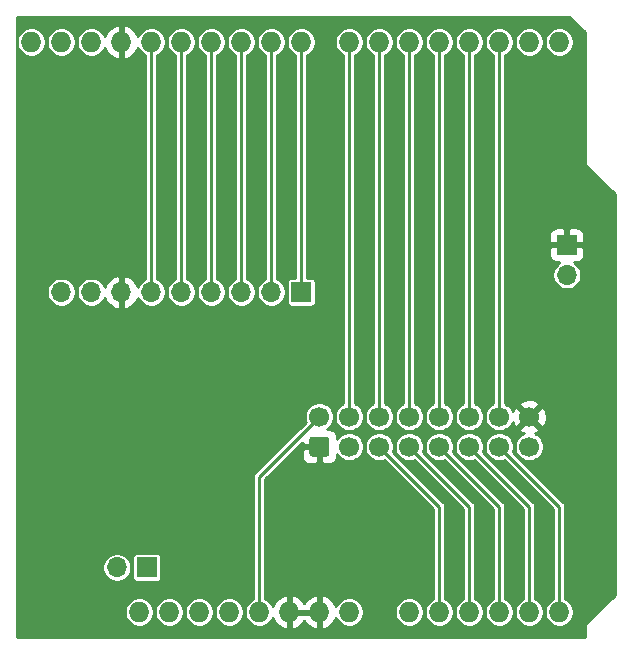
<source format=gbr>
G04 #@! TF.GenerationSoftware,KiCad,Pcbnew,(5.1.6)-1*
G04 #@! TF.CreationDate,2021-01-19T11:24:55+01:00*
G04 #@! TF.ProjectId,Thermolino 2A,54686572-6d6f-46c6-996e-6f2032412e6b,rev?*
G04 #@! TF.SameCoordinates,Original*
G04 #@! TF.FileFunction,Copper,L2,Bot*
G04 #@! TF.FilePolarity,Positive*
%FSLAX46Y46*%
G04 Gerber Fmt 4.6, Leading zero omitted, Abs format (unit mm)*
G04 Created by KiCad (PCBNEW (5.1.6)-1) date 2021-01-19 11:24:55*
%MOMM*%
%LPD*%
G01*
G04 APERTURE LIST*
G04 #@! TA.AperFunction,ComponentPad*
%ADD10O,1.727200X1.727200*%
G04 #@! TD*
G04 #@! TA.AperFunction,ComponentPad*
%ADD11O,1.700000X1.700000*%
G04 #@! TD*
G04 #@! TA.AperFunction,ComponentPad*
%ADD12R,1.700000X1.700000*%
G04 #@! TD*
G04 #@! TA.AperFunction,ComponentPad*
%ADD13C,1.700000*%
G04 #@! TD*
G04 #@! TA.AperFunction,Conductor*
%ADD14C,0.250000*%
G04 #@! TD*
G04 APERTURE END LIST*
D10*
X215902000Y-111729500D03*
X213362000Y-111729500D03*
X210822000Y-111729500D03*
X208282000Y-111729500D03*
X205742000Y-111729500D03*
X180342000Y-111729500D03*
X186438000Y-63469500D03*
X183898000Y-63469500D03*
X181358000Y-63469500D03*
X176278000Y-63469500D03*
X173738000Y-63469500D03*
X171198000Y-63469500D03*
X188978000Y-63469500D03*
X191518000Y-63469500D03*
X194058000Y-63469500D03*
X178818000Y-63469500D03*
X198122000Y-63469500D03*
X200662000Y-63469500D03*
X203202000Y-63469500D03*
X205742000Y-63469500D03*
X208282000Y-63469500D03*
X210822000Y-63469500D03*
X213362000Y-63469500D03*
X215902000Y-63469500D03*
X182882000Y-111729500D03*
X185422000Y-111729500D03*
X187962000Y-111729500D03*
X190502000Y-111729500D03*
X193042000Y-111729500D03*
X195582000Y-111729500D03*
X198122000Y-111729500D03*
X203202000Y-111729500D03*
D11*
X216535000Y-83185000D03*
D12*
X216535000Y-80645000D03*
D11*
X178435000Y-107950000D03*
D12*
X180975000Y-107950000D03*
D11*
X173736000Y-84645500D03*
X176276000Y-84645500D03*
X178816000Y-84645500D03*
X181356000Y-84645500D03*
X183896000Y-84645500D03*
X186436000Y-84645500D03*
X188976000Y-84645500D03*
X191516000Y-84645500D03*
D12*
X194056000Y-84645500D03*
D13*
X213360000Y-95186500D03*
X210820000Y-95186500D03*
X208280000Y-95186500D03*
X205740000Y-95186500D03*
X203200000Y-95186500D03*
X200660000Y-95186500D03*
X198120000Y-95186500D03*
X195580000Y-95186500D03*
X213360000Y-97726500D03*
X210820000Y-97726500D03*
X208280000Y-97726500D03*
X205740000Y-97726500D03*
X203200000Y-97726500D03*
X200660000Y-97726500D03*
X198120000Y-97726500D03*
G04 #@! TA.AperFunction,ComponentPad*
G36*
G01*
X196180000Y-98576500D02*
X194980000Y-98576500D01*
G75*
G02*
X194730000Y-98326500I0J250000D01*
G01*
X194730000Y-97126500D01*
G75*
G02*
X194980000Y-96876500I250000J0D01*
G01*
X196180000Y-96876500D01*
G75*
G02*
X196430000Y-97126500I0J-250000D01*
G01*
X196430000Y-98326500D01*
G75*
G02*
X196180000Y-98576500I-250000J0D01*
G01*
G37*
G04 #@! TD.AperFunction*
D14*
X178816000Y-63471500D02*
X178818000Y-63469500D01*
X178816000Y-84645500D02*
X178816000Y-63471500D01*
X210820000Y-63471500D02*
X210822000Y-63469500D01*
X210820000Y-95186500D02*
X210820000Y-63471500D01*
X208282000Y-95184500D02*
X208280000Y-95186500D01*
X208282000Y-63469500D02*
X208282000Y-95184500D01*
X205740000Y-63471500D02*
X205742000Y-63469500D01*
X205740000Y-95186500D02*
X205740000Y-63471500D01*
X203202000Y-95184500D02*
X203200000Y-95186500D01*
X203202000Y-63469500D02*
X203202000Y-95184500D01*
X200660000Y-63471500D02*
X200662000Y-63469500D01*
X200660000Y-95186500D02*
X200660000Y-63471500D01*
X198122000Y-95184500D02*
X198120000Y-95186500D01*
X198122000Y-63469500D02*
X198122000Y-95184500D01*
X190502000Y-100264500D02*
X195580000Y-95186500D01*
X190502000Y-111729500D02*
X190502000Y-100264500D01*
X215902000Y-102808500D02*
X210820000Y-97726500D01*
X215902000Y-111729500D02*
X215902000Y-102808500D01*
X213362000Y-102808500D02*
X208280000Y-97726500D01*
X213362000Y-111729500D02*
X213362000Y-102808500D01*
X210822000Y-102808500D02*
X205740000Y-97726500D01*
X210822000Y-111729500D02*
X210822000Y-102808500D01*
X208282000Y-102808500D02*
X203200000Y-97726500D01*
X208282000Y-111729500D02*
X208282000Y-102808500D01*
X205742000Y-102808500D02*
X200660000Y-97726500D01*
X205742000Y-111729500D02*
X205742000Y-102808500D01*
X181358000Y-84643500D02*
X181356000Y-84645500D01*
X181358000Y-63469500D02*
X181358000Y-84643500D01*
X183898000Y-84643500D02*
X183896000Y-84645500D01*
X183898000Y-63469500D02*
X183898000Y-84643500D01*
X186436000Y-63471500D02*
X186438000Y-63469500D01*
X186436000Y-84645500D02*
X186436000Y-63471500D01*
X188976000Y-63471500D02*
X188978000Y-63469500D01*
X188976000Y-84645500D02*
X188976000Y-63471500D01*
X191516000Y-63471500D02*
X191518000Y-63469500D01*
X191516000Y-84645500D02*
X191516000Y-63471500D01*
X194056000Y-63471500D02*
X194058000Y-63469500D01*
X194056000Y-84645500D02*
X194056000Y-63471500D01*
G36*
X218040001Y-62649686D02*
G01*
X218040000Y-73386353D01*
X218040000Y-73640354D01*
X218038065Y-73660000D01*
X218040000Y-73679646D01*
X218045788Y-73738413D01*
X218068660Y-73813813D01*
X218105803Y-73883302D01*
X218155789Y-73944211D01*
X218171052Y-73956737D01*
X220580001Y-76365686D01*
X220580000Y-109620646D01*
X220580001Y-109620656D01*
X220580000Y-110260815D01*
X218171048Y-112669767D01*
X218155790Y-112682289D01*
X218143268Y-112697547D01*
X218143265Y-112697550D01*
X218105803Y-112743198D01*
X218068661Y-112812686D01*
X218045788Y-112888087D01*
X218038065Y-112966500D01*
X218040001Y-112986156D01*
X218040000Y-113836500D01*
X169945000Y-113836500D01*
X169945000Y-111607509D01*
X179103400Y-111607509D01*
X179103400Y-111851491D01*
X179150999Y-112090786D01*
X179244367Y-112316197D01*
X179379917Y-112519061D01*
X179552439Y-112691583D01*
X179755303Y-112827133D01*
X179980714Y-112920501D01*
X180220009Y-112968100D01*
X180463991Y-112968100D01*
X180703286Y-112920501D01*
X180928697Y-112827133D01*
X181131561Y-112691583D01*
X181304083Y-112519061D01*
X181439633Y-112316197D01*
X181533001Y-112090786D01*
X181580600Y-111851491D01*
X181580600Y-111607509D01*
X181643400Y-111607509D01*
X181643400Y-111851491D01*
X181690999Y-112090786D01*
X181784367Y-112316197D01*
X181919917Y-112519061D01*
X182092439Y-112691583D01*
X182295303Y-112827133D01*
X182520714Y-112920501D01*
X182760009Y-112968100D01*
X183003991Y-112968100D01*
X183243286Y-112920501D01*
X183468697Y-112827133D01*
X183671561Y-112691583D01*
X183844083Y-112519061D01*
X183979633Y-112316197D01*
X184073001Y-112090786D01*
X184120600Y-111851491D01*
X184120600Y-111607509D01*
X184183400Y-111607509D01*
X184183400Y-111851491D01*
X184230999Y-112090786D01*
X184324367Y-112316197D01*
X184459917Y-112519061D01*
X184632439Y-112691583D01*
X184835303Y-112827133D01*
X185060714Y-112920501D01*
X185300009Y-112968100D01*
X185543991Y-112968100D01*
X185783286Y-112920501D01*
X186008697Y-112827133D01*
X186211561Y-112691583D01*
X186384083Y-112519061D01*
X186519633Y-112316197D01*
X186613001Y-112090786D01*
X186660600Y-111851491D01*
X186660600Y-111607509D01*
X186723400Y-111607509D01*
X186723400Y-111851491D01*
X186770999Y-112090786D01*
X186864367Y-112316197D01*
X186999917Y-112519061D01*
X187172439Y-112691583D01*
X187375303Y-112827133D01*
X187600714Y-112920501D01*
X187840009Y-112968100D01*
X188083991Y-112968100D01*
X188323286Y-112920501D01*
X188548697Y-112827133D01*
X188751561Y-112691583D01*
X188924083Y-112519061D01*
X189059633Y-112316197D01*
X189153001Y-112090786D01*
X189200600Y-111851491D01*
X189200600Y-111607509D01*
X189263400Y-111607509D01*
X189263400Y-111851491D01*
X189310999Y-112090786D01*
X189404367Y-112316197D01*
X189539917Y-112519061D01*
X189712439Y-112691583D01*
X189915303Y-112827133D01*
X190140714Y-112920501D01*
X190380009Y-112968100D01*
X190623991Y-112968100D01*
X190863286Y-112920501D01*
X191088697Y-112827133D01*
X191291561Y-112691583D01*
X191464083Y-112519061D01*
X191599633Y-112316197D01*
X191633366Y-112234759D01*
X191633920Y-112236586D01*
X191759903Y-112501545D01*
X191935157Y-112736835D01*
X192152946Y-112933414D01*
X192404901Y-113083727D01*
X192681339Y-113181998D01*
X192913000Y-113062285D01*
X192913000Y-111858500D01*
X193171000Y-111858500D01*
X193171000Y-113062285D01*
X193402661Y-113181998D01*
X193679099Y-113083727D01*
X193931054Y-112933414D01*
X194148843Y-112736835D01*
X194312000Y-112517786D01*
X194475157Y-112736835D01*
X194692946Y-112933414D01*
X194944901Y-113083727D01*
X195221339Y-113181998D01*
X195453000Y-113062285D01*
X195453000Y-111858500D01*
X193171000Y-111858500D01*
X192913000Y-111858500D01*
X192893000Y-111858500D01*
X192893000Y-111600500D01*
X192913000Y-111600500D01*
X192913000Y-110396715D01*
X193171000Y-110396715D01*
X193171000Y-111600500D01*
X195453000Y-111600500D01*
X195453000Y-110396715D01*
X195711000Y-110396715D01*
X195711000Y-111600500D01*
X195731000Y-111600500D01*
X195731000Y-111858500D01*
X195711000Y-111858500D01*
X195711000Y-113062285D01*
X195942661Y-113181998D01*
X196219099Y-113083727D01*
X196471054Y-112933414D01*
X196688843Y-112736835D01*
X196864097Y-112501545D01*
X196990080Y-112236586D01*
X196990634Y-112234759D01*
X197024367Y-112316197D01*
X197159917Y-112519061D01*
X197332439Y-112691583D01*
X197535303Y-112827133D01*
X197760714Y-112920501D01*
X198000009Y-112968100D01*
X198243991Y-112968100D01*
X198483286Y-112920501D01*
X198708697Y-112827133D01*
X198911561Y-112691583D01*
X199084083Y-112519061D01*
X199219633Y-112316197D01*
X199313001Y-112090786D01*
X199360600Y-111851491D01*
X199360600Y-111607509D01*
X201963400Y-111607509D01*
X201963400Y-111851491D01*
X202010999Y-112090786D01*
X202104367Y-112316197D01*
X202239917Y-112519061D01*
X202412439Y-112691583D01*
X202615303Y-112827133D01*
X202840714Y-112920501D01*
X203080009Y-112968100D01*
X203323991Y-112968100D01*
X203563286Y-112920501D01*
X203788697Y-112827133D01*
X203991561Y-112691583D01*
X204164083Y-112519061D01*
X204299633Y-112316197D01*
X204393001Y-112090786D01*
X204440600Y-111851491D01*
X204440600Y-111607509D01*
X204393001Y-111368214D01*
X204299633Y-111142803D01*
X204164083Y-110939939D01*
X203991561Y-110767417D01*
X203788697Y-110631867D01*
X203563286Y-110538499D01*
X203323991Y-110490900D01*
X203080009Y-110490900D01*
X202840714Y-110538499D01*
X202615303Y-110631867D01*
X202412439Y-110767417D01*
X202239917Y-110939939D01*
X202104367Y-111142803D01*
X202010999Y-111368214D01*
X201963400Y-111607509D01*
X199360600Y-111607509D01*
X199313001Y-111368214D01*
X199219633Y-111142803D01*
X199084083Y-110939939D01*
X198911561Y-110767417D01*
X198708697Y-110631867D01*
X198483286Y-110538499D01*
X198243991Y-110490900D01*
X198000009Y-110490900D01*
X197760714Y-110538499D01*
X197535303Y-110631867D01*
X197332439Y-110767417D01*
X197159917Y-110939939D01*
X197024367Y-111142803D01*
X196990634Y-111224241D01*
X196990080Y-111222414D01*
X196864097Y-110957455D01*
X196688843Y-110722165D01*
X196471054Y-110525586D01*
X196219099Y-110375273D01*
X195942661Y-110277002D01*
X195711000Y-110396715D01*
X195453000Y-110396715D01*
X195221339Y-110277002D01*
X194944901Y-110375273D01*
X194692946Y-110525586D01*
X194475157Y-110722165D01*
X194312000Y-110941214D01*
X194148843Y-110722165D01*
X193931054Y-110525586D01*
X193679099Y-110375273D01*
X193402661Y-110277002D01*
X193171000Y-110396715D01*
X192913000Y-110396715D01*
X192681339Y-110277002D01*
X192404901Y-110375273D01*
X192152946Y-110525586D01*
X191935157Y-110722165D01*
X191759903Y-110957455D01*
X191633920Y-111222414D01*
X191633366Y-111224241D01*
X191599633Y-111142803D01*
X191464083Y-110939939D01*
X191291561Y-110767417D01*
X191088697Y-110631867D01*
X191002000Y-110595956D01*
X191002000Y-100471605D01*
X192897105Y-98576500D01*
X194093937Y-98576500D01*
X194106159Y-98700590D01*
X194142354Y-98819911D01*
X194201133Y-98929878D01*
X194280236Y-99026264D01*
X194376622Y-99105367D01*
X194486589Y-99164146D01*
X194605910Y-99200341D01*
X194730000Y-99212563D01*
X195292750Y-99209500D01*
X195451000Y-99051250D01*
X195451000Y-97855500D01*
X194255250Y-97855500D01*
X194097000Y-98013750D01*
X194093937Y-98576500D01*
X192897105Y-98576500D01*
X194096661Y-97376945D01*
X194097000Y-97439250D01*
X194255250Y-97597500D01*
X195451000Y-97597500D01*
X195451000Y-97577500D01*
X195709000Y-97577500D01*
X195709000Y-97597500D01*
X195729000Y-97597500D01*
X195729000Y-97855500D01*
X195709000Y-97855500D01*
X195709000Y-99051250D01*
X195867250Y-99209500D01*
X196430000Y-99212563D01*
X196554090Y-99200341D01*
X196673411Y-99164146D01*
X196783378Y-99105367D01*
X196879764Y-99026264D01*
X196958867Y-98929878D01*
X197017646Y-98819911D01*
X197053841Y-98700590D01*
X197066063Y-98576500D01*
X197064843Y-98352287D01*
X197168481Y-98507392D01*
X197339108Y-98678019D01*
X197539745Y-98812081D01*
X197762681Y-98904424D01*
X197999348Y-98951500D01*
X198240652Y-98951500D01*
X198477319Y-98904424D01*
X198700255Y-98812081D01*
X198900892Y-98678019D01*
X199071519Y-98507392D01*
X199205581Y-98306755D01*
X199297924Y-98083819D01*
X199345000Y-97847152D01*
X199345000Y-97605848D01*
X199435000Y-97605848D01*
X199435000Y-97847152D01*
X199482076Y-98083819D01*
X199574419Y-98306755D01*
X199708481Y-98507392D01*
X199879108Y-98678019D01*
X200079745Y-98812081D01*
X200302681Y-98904424D01*
X200539348Y-98951500D01*
X200780652Y-98951500D01*
X201017319Y-98904424D01*
X201097575Y-98871181D01*
X205242001Y-103015608D01*
X205242000Y-110595956D01*
X205155303Y-110631867D01*
X204952439Y-110767417D01*
X204779917Y-110939939D01*
X204644367Y-111142803D01*
X204550999Y-111368214D01*
X204503400Y-111607509D01*
X204503400Y-111851491D01*
X204550999Y-112090786D01*
X204644367Y-112316197D01*
X204779917Y-112519061D01*
X204952439Y-112691583D01*
X205155303Y-112827133D01*
X205380714Y-112920501D01*
X205620009Y-112968100D01*
X205863991Y-112968100D01*
X206103286Y-112920501D01*
X206328697Y-112827133D01*
X206531561Y-112691583D01*
X206704083Y-112519061D01*
X206839633Y-112316197D01*
X206933001Y-112090786D01*
X206980600Y-111851491D01*
X206980600Y-111607509D01*
X206933001Y-111368214D01*
X206839633Y-111142803D01*
X206704083Y-110939939D01*
X206531561Y-110767417D01*
X206328697Y-110631867D01*
X206242000Y-110595956D01*
X206242000Y-102833049D01*
X206244418Y-102808499D01*
X206242000Y-102783949D01*
X206242000Y-102783940D01*
X206234765Y-102710483D01*
X206206175Y-102616233D01*
X206159746Y-102529371D01*
X206097264Y-102453236D01*
X206078187Y-102437580D01*
X201804681Y-98164075D01*
X201837924Y-98083819D01*
X201885000Y-97847152D01*
X201885000Y-97605848D01*
X201975000Y-97605848D01*
X201975000Y-97847152D01*
X202022076Y-98083819D01*
X202114419Y-98306755D01*
X202248481Y-98507392D01*
X202419108Y-98678019D01*
X202619745Y-98812081D01*
X202842681Y-98904424D01*
X203079348Y-98951500D01*
X203320652Y-98951500D01*
X203557319Y-98904424D01*
X203637575Y-98871181D01*
X207782001Y-103015608D01*
X207782000Y-110595956D01*
X207695303Y-110631867D01*
X207492439Y-110767417D01*
X207319917Y-110939939D01*
X207184367Y-111142803D01*
X207090999Y-111368214D01*
X207043400Y-111607509D01*
X207043400Y-111851491D01*
X207090999Y-112090786D01*
X207184367Y-112316197D01*
X207319917Y-112519061D01*
X207492439Y-112691583D01*
X207695303Y-112827133D01*
X207920714Y-112920501D01*
X208160009Y-112968100D01*
X208403991Y-112968100D01*
X208643286Y-112920501D01*
X208868697Y-112827133D01*
X209071561Y-112691583D01*
X209244083Y-112519061D01*
X209379633Y-112316197D01*
X209473001Y-112090786D01*
X209520600Y-111851491D01*
X209520600Y-111607509D01*
X209473001Y-111368214D01*
X209379633Y-111142803D01*
X209244083Y-110939939D01*
X209071561Y-110767417D01*
X208868697Y-110631867D01*
X208782000Y-110595956D01*
X208782000Y-102833049D01*
X208784418Y-102808499D01*
X208782000Y-102783949D01*
X208782000Y-102783940D01*
X208774765Y-102710483D01*
X208746175Y-102616233D01*
X208699746Y-102529371D01*
X208637264Y-102453236D01*
X208618187Y-102437580D01*
X204344681Y-98164075D01*
X204377924Y-98083819D01*
X204425000Y-97847152D01*
X204425000Y-97605848D01*
X204515000Y-97605848D01*
X204515000Y-97847152D01*
X204562076Y-98083819D01*
X204654419Y-98306755D01*
X204788481Y-98507392D01*
X204959108Y-98678019D01*
X205159745Y-98812081D01*
X205382681Y-98904424D01*
X205619348Y-98951500D01*
X205860652Y-98951500D01*
X206097319Y-98904424D01*
X206177575Y-98871181D01*
X210322001Y-103015608D01*
X210322000Y-110595956D01*
X210235303Y-110631867D01*
X210032439Y-110767417D01*
X209859917Y-110939939D01*
X209724367Y-111142803D01*
X209630999Y-111368214D01*
X209583400Y-111607509D01*
X209583400Y-111851491D01*
X209630999Y-112090786D01*
X209724367Y-112316197D01*
X209859917Y-112519061D01*
X210032439Y-112691583D01*
X210235303Y-112827133D01*
X210460714Y-112920501D01*
X210700009Y-112968100D01*
X210943991Y-112968100D01*
X211183286Y-112920501D01*
X211408697Y-112827133D01*
X211611561Y-112691583D01*
X211784083Y-112519061D01*
X211919633Y-112316197D01*
X212013001Y-112090786D01*
X212060600Y-111851491D01*
X212060600Y-111607509D01*
X212013001Y-111368214D01*
X211919633Y-111142803D01*
X211784083Y-110939939D01*
X211611561Y-110767417D01*
X211408697Y-110631867D01*
X211322000Y-110595956D01*
X211322000Y-102833049D01*
X211324418Y-102808499D01*
X211322000Y-102783949D01*
X211322000Y-102783940D01*
X211314765Y-102710483D01*
X211286175Y-102616233D01*
X211239746Y-102529371D01*
X211177264Y-102453236D01*
X211158187Y-102437580D01*
X206884681Y-98164075D01*
X206917924Y-98083819D01*
X206965000Y-97847152D01*
X206965000Y-97605848D01*
X207055000Y-97605848D01*
X207055000Y-97847152D01*
X207102076Y-98083819D01*
X207194419Y-98306755D01*
X207328481Y-98507392D01*
X207499108Y-98678019D01*
X207699745Y-98812081D01*
X207922681Y-98904424D01*
X208159348Y-98951500D01*
X208400652Y-98951500D01*
X208637319Y-98904424D01*
X208717575Y-98871181D01*
X212862001Y-103015608D01*
X212862000Y-110595956D01*
X212775303Y-110631867D01*
X212572439Y-110767417D01*
X212399917Y-110939939D01*
X212264367Y-111142803D01*
X212170999Y-111368214D01*
X212123400Y-111607509D01*
X212123400Y-111851491D01*
X212170999Y-112090786D01*
X212264367Y-112316197D01*
X212399917Y-112519061D01*
X212572439Y-112691583D01*
X212775303Y-112827133D01*
X213000714Y-112920501D01*
X213240009Y-112968100D01*
X213483991Y-112968100D01*
X213723286Y-112920501D01*
X213948697Y-112827133D01*
X214151561Y-112691583D01*
X214324083Y-112519061D01*
X214459633Y-112316197D01*
X214553001Y-112090786D01*
X214600600Y-111851491D01*
X214600600Y-111607509D01*
X214553001Y-111368214D01*
X214459633Y-111142803D01*
X214324083Y-110939939D01*
X214151561Y-110767417D01*
X213948697Y-110631867D01*
X213862000Y-110595956D01*
X213862000Y-102833049D01*
X213864418Y-102808499D01*
X213862000Y-102783949D01*
X213862000Y-102783940D01*
X213854765Y-102710483D01*
X213826175Y-102616233D01*
X213779746Y-102529371D01*
X213717264Y-102453236D01*
X213698187Y-102437580D01*
X209424681Y-98164075D01*
X209457924Y-98083819D01*
X209505000Y-97847152D01*
X209505000Y-97605848D01*
X209595000Y-97605848D01*
X209595000Y-97847152D01*
X209642076Y-98083819D01*
X209734419Y-98306755D01*
X209868481Y-98507392D01*
X210039108Y-98678019D01*
X210239745Y-98812081D01*
X210462681Y-98904424D01*
X210699348Y-98951500D01*
X210940652Y-98951500D01*
X211177319Y-98904424D01*
X211257575Y-98871181D01*
X215402001Y-103015608D01*
X215402000Y-110595956D01*
X215315303Y-110631867D01*
X215112439Y-110767417D01*
X214939917Y-110939939D01*
X214804367Y-111142803D01*
X214710999Y-111368214D01*
X214663400Y-111607509D01*
X214663400Y-111851491D01*
X214710999Y-112090786D01*
X214804367Y-112316197D01*
X214939917Y-112519061D01*
X215112439Y-112691583D01*
X215315303Y-112827133D01*
X215540714Y-112920501D01*
X215780009Y-112968100D01*
X216023991Y-112968100D01*
X216263286Y-112920501D01*
X216488697Y-112827133D01*
X216691561Y-112691583D01*
X216864083Y-112519061D01*
X216999633Y-112316197D01*
X217093001Y-112090786D01*
X217140600Y-111851491D01*
X217140600Y-111607509D01*
X217093001Y-111368214D01*
X216999633Y-111142803D01*
X216864083Y-110939939D01*
X216691561Y-110767417D01*
X216488697Y-110631867D01*
X216402000Y-110595956D01*
X216402000Y-102833049D01*
X216404418Y-102808499D01*
X216402000Y-102783949D01*
X216402000Y-102783940D01*
X216394765Y-102710483D01*
X216366175Y-102616233D01*
X216319746Y-102529371D01*
X216257264Y-102453236D01*
X216238187Y-102437580D01*
X211964681Y-98164075D01*
X211997924Y-98083819D01*
X212045000Y-97847152D01*
X212045000Y-97605848D01*
X212135000Y-97605848D01*
X212135000Y-97847152D01*
X212182076Y-98083819D01*
X212274419Y-98306755D01*
X212408481Y-98507392D01*
X212579108Y-98678019D01*
X212779745Y-98812081D01*
X213002681Y-98904424D01*
X213239348Y-98951500D01*
X213480652Y-98951500D01*
X213717319Y-98904424D01*
X213940255Y-98812081D01*
X214140892Y-98678019D01*
X214311519Y-98507392D01*
X214445581Y-98306755D01*
X214537924Y-98083819D01*
X214585000Y-97847152D01*
X214585000Y-97605848D01*
X214537924Y-97369181D01*
X214445581Y-97146245D01*
X214311519Y-96945608D01*
X214140892Y-96774981D01*
X213940255Y-96640919D01*
X213827534Y-96594228D01*
X213994865Y-96534673D01*
X214128252Y-96463376D01*
X214206169Y-96215103D01*
X213360000Y-95368934D01*
X212513831Y-96215103D01*
X212591748Y-96463376D01*
X212855616Y-96588720D01*
X212886783Y-96596583D01*
X212779745Y-96640919D01*
X212579108Y-96774981D01*
X212408481Y-96945608D01*
X212274419Y-97146245D01*
X212182076Y-97369181D01*
X212135000Y-97605848D01*
X212045000Y-97605848D01*
X211997924Y-97369181D01*
X211905581Y-97146245D01*
X211771519Y-96945608D01*
X211600892Y-96774981D01*
X211400255Y-96640919D01*
X211177319Y-96548576D01*
X210940652Y-96501500D01*
X210699348Y-96501500D01*
X210462681Y-96548576D01*
X210239745Y-96640919D01*
X210039108Y-96774981D01*
X209868481Y-96945608D01*
X209734419Y-97146245D01*
X209642076Y-97369181D01*
X209595000Y-97605848D01*
X209505000Y-97605848D01*
X209457924Y-97369181D01*
X209365581Y-97146245D01*
X209231519Y-96945608D01*
X209060892Y-96774981D01*
X208860255Y-96640919D01*
X208637319Y-96548576D01*
X208400652Y-96501500D01*
X208159348Y-96501500D01*
X207922681Y-96548576D01*
X207699745Y-96640919D01*
X207499108Y-96774981D01*
X207328481Y-96945608D01*
X207194419Y-97146245D01*
X207102076Y-97369181D01*
X207055000Y-97605848D01*
X206965000Y-97605848D01*
X206917924Y-97369181D01*
X206825581Y-97146245D01*
X206691519Y-96945608D01*
X206520892Y-96774981D01*
X206320255Y-96640919D01*
X206097319Y-96548576D01*
X205860652Y-96501500D01*
X205619348Y-96501500D01*
X205382681Y-96548576D01*
X205159745Y-96640919D01*
X204959108Y-96774981D01*
X204788481Y-96945608D01*
X204654419Y-97146245D01*
X204562076Y-97369181D01*
X204515000Y-97605848D01*
X204425000Y-97605848D01*
X204377924Y-97369181D01*
X204285581Y-97146245D01*
X204151519Y-96945608D01*
X203980892Y-96774981D01*
X203780255Y-96640919D01*
X203557319Y-96548576D01*
X203320652Y-96501500D01*
X203079348Y-96501500D01*
X202842681Y-96548576D01*
X202619745Y-96640919D01*
X202419108Y-96774981D01*
X202248481Y-96945608D01*
X202114419Y-97146245D01*
X202022076Y-97369181D01*
X201975000Y-97605848D01*
X201885000Y-97605848D01*
X201837924Y-97369181D01*
X201745581Y-97146245D01*
X201611519Y-96945608D01*
X201440892Y-96774981D01*
X201240255Y-96640919D01*
X201017319Y-96548576D01*
X200780652Y-96501500D01*
X200539348Y-96501500D01*
X200302681Y-96548576D01*
X200079745Y-96640919D01*
X199879108Y-96774981D01*
X199708481Y-96945608D01*
X199574419Y-97146245D01*
X199482076Y-97369181D01*
X199435000Y-97605848D01*
X199345000Y-97605848D01*
X199297924Y-97369181D01*
X199205581Y-97146245D01*
X199071519Y-96945608D01*
X198900892Y-96774981D01*
X198700255Y-96640919D01*
X198477319Y-96548576D01*
X198240652Y-96501500D01*
X197999348Y-96501500D01*
X197762681Y-96548576D01*
X197539745Y-96640919D01*
X197339108Y-96774981D01*
X197168481Y-96945608D01*
X197064843Y-97100713D01*
X197066063Y-96876500D01*
X197053841Y-96752410D01*
X197017646Y-96633089D01*
X196958867Y-96523122D01*
X196879764Y-96426736D01*
X196783378Y-96347633D01*
X196673411Y-96288854D01*
X196554090Y-96252659D01*
X196430000Y-96240437D01*
X196205787Y-96241657D01*
X196360892Y-96138019D01*
X196531519Y-95967392D01*
X196665581Y-95766755D01*
X196757924Y-95543819D01*
X196805000Y-95307152D01*
X196805000Y-95065848D01*
X196757924Y-94829181D01*
X196665581Y-94606245D01*
X196531519Y-94405608D01*
X196360892Y-94234981D01*
X196160255Y-94100919D01*
X195937319Y-94008576D01*
X195700652Y-93961500D01*
X195459348Y-93961500D01*
X195222681Y-94008576D01*
X194999745Y-94100919D01*
X194799108Y-94234981D01*
X194628481Y-94405608D01*
X194494419Y-94606245D01*
X194402076Y-94829181D01*
X194355000Y-95065848D01*
X194355000Y-95307152D01*
X194402076Y-95543819D01*
X194435319Y-95624074D01*
X190165819Y-99893576D01*
X190146737Y-99909236D01*
X190084255Y-99985371D01*
X190037826Y-100072233D01*
X190009235Y-100166483D01*
X189999581Y-100264500D01*
X190002001Y-100289070D01*
X190002000Y-110595956D01*
X189915303Y-110631867D01*
X189712439Y-110767417D01*
X189539917Y-110939939D01*
X189404367Y-111142803D01*
X189310999Y-111368214D01*
X189263400Y-111607509D01*
X189200600Y-111607509D01*
X189153001Y-111368214D01*
X189059633Y-111142803D01*
X188924083Y-110939939D01*
X188751561Y-110767417D01*
X188548697Y-110631867D01*
X188323286Y-110538499D01*
X188083991Y-110490900D01*
X187840009Y-110490900D01*
X187600714Y-110538499D01*
X187375303Y-110631867D01*
X187172439Y-110767417D01*
X186999917Y-110939939D01*
X186864367Y-111142803D01*
X186770999Y-111368214D01*
X186723400Y-111607509D01*
X186660600Y-111607509D01*
X186613001Y-111368214D01*
X186519633Y-111142803D01*
X186384083Y-110939939D01*
X186211561Y-110767417D01*
X186008697Y-110631867D01*
X185783286Y-110538499D01*
X185543991Y-110490900D01*
X185300009Y-110490900D01*
X185060714Y-110538499D01*
X184835303Y-110631867D01*
X184632439Y-110767417D01*
X184459917Y-110939939D01*
X184324367Y-111142803D01*
X184230999Y-111368214D01*
X184183400Y-111607509D01*
X184120600Y-111607509D01*
X184073001Y-111368214D01*
X183979633Y-111142803D01*
X183844083Y-110939939D01*
X183671561Y-110767417D01*
X183468697Y-110631867D01*
X183243286Y-110538499D01*
X183003991Y-110490900D01*
X182760009Y-110490900D01*
X182520714Y-110538499D01*
X182295303Y-110631867D01*
X182092439Y-110767417D01*
X181919917Y-110939939D01*
X181784367Y-111142803D01*
X181690999Y-111368214D01*
X181643400Y-111607509D01*
X181580600Y-111607509D01*
X181533001Y-111368214D01*
X181439633Y-111142803D01*
X181304083Y-110939939D01*
X181131561Y-110767417D01*
X180928697Y-110631867D01*
X180703286Y-110538499D01*
X180463991Y-110490900D01*
X180220009Y-110490900D01*
X179980714Y-110538499D01*
X179755303Y-110631867D01*
X179552439Y-110767417D01*
X179379917Y-110939939D01*
X179244367Y-111142803D01*
X179150999Y-111368214D01*
X179103400Y-111607509D01*
X169945000Y-111607509D01*
X169945000Y-107829348D01*
X177210000Y-107829348D01*
X177210000Y-108070652D01*
X177257076Y-108307319D01*
X177349419Y-108530255D01*
X177483481Y-108730892D01*
X177654108Y-108901519D01*
X177854745Y-109035581D01*
X178077681Y-109127924D01*
X178314348Y-109175000D01*
X178555652Y-109175000D01*
X178792319Y-109127924D01*
X179015255Y-109035581D01*
X179215892Y-108901519D01*
X179386519Y-108730892D01*
X179520581Y-108530255D01*
X179612924Y-108307319D01*
X179660000Y-108070652D01*
X179660000Y-107829348D01*
X179612924Y-107592681D01*
X179520581Y-107369745D01*
X179386519Y-107169108D01*
X179317411Y-107100000D01*
X179748186Y-107100000D01*
X179748186Y-108800000D01*
X179755426Y-108873513D01*
X179776869Y-108944200D01*
X179811691Y-109009347D01*
X179858552Y-109066448D01*
X179915653Y-109113309D01*
X179980800Y-109148131D01*
X180051487Y-109169574D01*
X180125000Y-109176814D01*
X181825000Y-109176814D01*
X181898513Y-109169574D01*
X181969200Y-109148131D01*
X182034347Y-109113309D01*
X182091448Y-109066448D01*
X182138309Y-109009347D01*
X182173131Y-108944200D01*
X182194574Y-108873513D01*
X182201814Y-108800000D01*
X182201814Y-107100000D01*
X182194574Y-107026487D01*
X182173131Y-106955800D01*
X182138309Y-106890653D01*
X182091448Y-106833552D01*
X182034347Y-106786691D01*
X181969200Y-106751869D01*
X181898513Y-106730426D01*
X181825000Y-106723186D01*
X180125000Y-106723186D01*
X180051487Y-106730426D01*
X179980800Y-106751869D01*
X179915653Y-106786691D01*
X179858552Y-106833552D01*
X179811691Y-106890653D01*
X179776869Y-106955800D01*
X179755426Y-107026487D01*
X179748186Y-107100000D01*
X179317411Y-107100000D01*
X179215892Y-106998481D01*
X179015255Y-106864419D01*
X178792319Y-106772076D01*
X178555652Y-106725000D01*
X178314348Y-106725000D01*
X178077681Y-106772076D01*
X177854745Y-106864419D01*
X177654108Y-106998481D01*
X177483481Y-107169108D01*
X177349419Y-107369745D01*
X177257076Y-107592681D01*
X177210000Y-107829348D01*
X169945000Y-107829348D01*
X169945000Y-84524848D01*
X172511000Y-84524848D01*
X172511000Y-84766152D01*
X172558076Y-85002819D01*
X172650419Y-85225755D01*
X172784481Y-85426392D01*
X172955108Y-85597019D01*
X173155745Y-85731081D01*
X173378681Y-85823424D01*
X173615348Y-85870500D01*
X173856652Y-85870500D01*
X174093319Y-85823424D01*
X174316255Y-85731081D01*
X174516892Y-85597019D01*
X174687519Y-85426392D01*
X174821581Y-85225755D01*
X174913924Y-85002819D01*
X174961000Y-84766152D01*
X174961000Y-84524848D01*
X175051000Y-84524848D01*
X175051000Y-84766152D01*
X175098076Y-85002819D01*
X175190419Y-85225755D01*
X175324481Y-85426392D01*
X175495108Y-85597019D01*
X175695745Y-85731081D01*
X175918681Y-85823424D01*
X176155348Y-85870500D01*
X176396652Y-85870500D01*
X176633319Y-85823424D01*
X176856255Y-85731081D01*
X177056892Y-85597019D01*
X177227519Y-85426392D01*
X177361581Y-85225755D01*
X177412336Y-85103221D01*
X177474580Y-85277875D01*
X177623725Y-85527422D01*
X177818689Y-85743077D01*
X178051979Y-85916553D01*
X178314630Y-86041183D01*
X178457475Y-86084510D01*
X178687000Y-85963954D01*
X178687000Y-84774500D01*
X178667000Y-84774500D01*
X178667000Y-84516500D01*
X178687000Y-84516500D01*
X178687000Y-83327046D01*
X178945000Y-83327046D01*
X178945000Y-84516500D01*
X178965000Y-84516500D01*
X178965000Y-84774500D01*
X178945000Y-84774500D01*
X178945000Y-85963954D01*
X179174525Y-86084510D01*
X179317370Y-86041183D01*
X179580021Y-85916553D01*
X179813311Y-85743077D01*
X180008275Y-85527422D01*
X180157420Y-85277875D01*
X180219664Y-85103221D01*
X180270419Y-85225755D01*
X180404481Y-85426392D01*
X180575108Y-85597019D01*
X180775745Y-85731081D01*
X180998681Y-85823424D01*
X181235348Y-85870500D01*
X181476652Y-85870500D01*
X181713319Y-85823424D01*
X181936255Y-85731081D01*
X182136892Y-85597019D01*
X182307519Y-85426392D01*
X182441581Y-85225755D01*
X182533924Y-85002819D01*
X182581000Y-84766152D01*
X182581000Y-84524848D01*
X182533924Y-84288181D01*
X182441581Y-84065245D01*
X182307519Y-83864608D01*
X182136892Y-83693981D01*
X181936255Y-83559919D01*
X181858000Y-83527505D01*
X181858000Y-64603044D01*
X181944697Y-64567133D01*
X182147561Y-64431583D01*
X182320083Y-64259061D01*
X182455633Y-64056197D01*
X182549001Y-63830786D01*
X182596600Y-63591491D01*
X182596600Y-63347509D01*
X182659400Y-63347509D01*
X182659400Y-63591491D01*
X182706999Y-63830786D01*
X182800367Y-64056197D01*
X182935917Y-64259061D01*
X183108439Y-64431583D01*
X183311303Y-64567133D01*
X183398000Y-64603044D01*
X183398001Y-83525848D01*
X183315745Y-83559919D01*
X183115108Y-83693981D01*
X182944481Y-83864608D01*
X182810419Y-84065245D01*
X182718076Y-84288181D01*
X182671000Y-84524848D01*
X182671000Y-84766152D01*
X182718076Y-85002819D01*
X182810419Y-85225755D01*
X182944481Y-85426392D01*
X183115108Y-85597019D01*
X183315745Y-85731081D01*
X183538681Y-85823424D01*
X183775348Y-85870500D01*
X184016652Y-85870500D01*
X184253319Y-85823424D01*
X184476255Y-85731081D01*
X184676892Y-85597019D01*
X184847519Y-85426392D01*
X184981581Y-85225755D01*
X185073924Y-85002819D01*
X185121000Y-84766152D01*
X185121000Y-84524848D01*
X185073924Y-84288181D01*
X184981581Y-84065245D01*
X184847519Y-83864608D01*
X184676892Y-83693981D01*
X184476255Y-83559919D01*
X184398000Y-83527505D01*
X184398000Y-64603044D01*
X184484697Y-64567133D01*
X184687561Y-64431583D01*
X184860083Y-64259061D01*
X184995633Y-64056197D01*
X185089001Y-63830786D01*
X185136600Y-63591491D01*
X185136600Y-63347509D01*
X185199400Y-63347509D01*
X185199400Y-63591491D01*
X185246999Y-63830786D01*
X185340367Y-64056197D01*
X185475917Y-64259061D01*
X185648439Y-64431583D01*
X185851303Y-64567133D01*
X185936001Y-64602216D01*
X185936000Y-83526676D01*
X185855745Y-83559919D01*
X185655108Y-83693981D01*
X185484481Y-83864608D01*
X185350419Y-84065245D01*
X185258076Y-84288181D01*
X185211000Y-84524848D01*
X185211000Y-84766152D01*
X185258076Y-85002819D01*
X185350419Y-85225755D01*
X185484481Y-85426392D01*
X185655108Y-85597019D01*
X185855745Y-85731081D01*
X186078681Y-85823424D01*
X186315348Y-85870500D01*
X186556652Y-85870500D01*
X186793319Y-85823424D01*
X187016255Y-85731081D01*
X187216892Y-85597019D01*
X187387519Y-85426392D01*
X187521581Y-85225755D01*
X187613924Y-85002819D01*
X187661000Y-84766152D01*
X187661000Y-84524848D01*
X187613924Y-84288181D01*
X187521581Y-84065245D01*
X187387519Y-83864608D01*
X187216892Y-83693981D01*
X187016255Y-83559919D01*
X186936000Y-83526676D01*
X186936000Y-64603872D01*
X187024697Y-64567133D01*
X187227561Y-64431583D01*
X187400083Y-64259061D01*
X187535633Y-64056197D01*
X187629001Y-63830786D01*
X187676600Y-63591491D01*
X187676600Y-63347509D01*
X187739400Y-63347509D01*
X187739400Y-63591491D01*
X187786999Y-63830786D01*
X187880367Y-64056197D01*
X188015917Y-64259061D01*
X188188439Y-64431583D01*
X188391303Y-64567133D01*
X188476001Y-64602216D01*
X188476000Y-83526676D01*
X188395745Y-83559919D01*
X188195108Y-83693981D01*
X188024481Y-83864608D01*
X187890419Y-84065245D01*
X187798076Y-84288181D01*
X187751000Y-84524848D01*
X187751000Y-84766152D01*
X187798076Y-85002819D01*
X187890419Y-85225755D01*
X188024481Y-85426392D01*
X188195108Y-85597019D01*
X188395745Y-85731081D01*
X188618681Y-85823424D01*
X188855348Y-85870500D01*
X189096652Y-85870500D01*
X189333319Y-85823424D01*
X189556255Y-85731081D01*
X189756892Y-85597019D01*
X189927519Y-85426392D01*
X190061581Y-85225755D01*
X190153924Y-85002819D01*
X190201000Y-84766152D01*
X190201000Y-84524848D01*
X190153924Y-84288181D01*
X190061581Y-84065245D01*
X189927519Y-83864608D01*
X189756892Y-83693981D01*
X189556255Y-83559919D01*
X189476000Y-83526676D01*
X189476000Y-64603872D01*
X189564697Y-64567133D01*
X189767561Y-64431583D01*
X189940083Y-64259061D01*
X190075633Y-64056197D01*
X190169001Y-63830786D01*
X190216600Y-63591491D01*
X190216600Y-63347509D01*
X190279400Y-63347509D01*
X190279400Y-63591491D01*
X190326999Y-63830786D01*
X190420367Y-64056197D01*
X190555917Y-64259061D01*
X190728439Y-64431583D01*
X190931303Y-64567133D01*
X191016001Y-64602216D01*
X191016000Y-83526676D01*
X190935745Y-83559919D01*
X190735108Y-83693981D01*
X190564481Y-83864608D01*
X190430419Y-84065245D01*
X190338076Y-84288181D01*
X190291000Y-84524848D01*
X190291000Y-84766152D01*
X190338076Y-85002819D01*
X190430419Y-85225755D01*
X190564481Y-85426392D01*
X190735108Y-85597019D01*
X190935745Y-85731081D01*
X191158681Y-85823424D01*
X191395348Y-85870500D01*
X191636652Y-85870500D01*
X191873319Y-85823424D01*
X192096255Y-85731081D01*
X192296892Y-85597019D01*
X192467519Y-85426392D01*
X192601581Y-85225755D01*
X192693924Y-85002819D01*
X192741000Y-84766152D01*
X192741000Y-84524848D01*
X192693924Y-84288181D01*
X192601581Y-84065245D01*
X192467519Y-83864608D01*
X192296892Y-83693981D01*
X192096255Y-83559919D01*
X192016000Y-83526676D01*
X192016000Y-64603872D01*
X192104697Y-64567133D01*
X192307561Y-64431583D01*
X192480083Y-64259061D01*
X192615633Y-64056197D01*
X192709001Y-63830786D01*
X192756600Y-63591491D01*
X192756600Y-63347509D01*
X192819400Y-63347509D01*
X192819400Y-63591491D01*
X192866999Y-63830786D01*
X192960367Y-64056197D01*
X193095917Y-64259061D01*
X193268439Y-64431583D01*
X193471303Y-64567133D01*
X193556001Y-64602216D01*
X193556000Y-83418686D01*
X193206000Y-83418686D01*
X193132487Y-83425926D01*
X193061800Y-83447369D01*
X192996653Y-83482191D01*
X192939552Y-83529052D01*
X192892691Y-83586153D01*
X192857869Y-83651300D01*
X192836426Y-83721987D01*
X192829186Y-83795500D01*
X192829186Y-85495500D01*
X192836426Y-85569013D01*
X192857869Y-85639700D01*
X192892691Y-85704847D01*
X192939552Y-85761948D01*
X192996653Y-85808809D01*
X193061800Y-85843631D01*
X193132487Y-85865074D01*
X193206000Y-85872314D01*
X194906000Y-85872314D01*
X194979513Y-85865074D01*
X195050200Y-85843631D01*
X195115347Y-85808809D01*
X195172448Y-85761948D01*
X195219309Y-85704847D01*
X195254131Y-85639700D01*
X195275574Y-85569013D01*
X195282814Y-85495500D01*
X195282814Y-83795500D01*
X195275574Y-83721987D01*
X195254131Y-83651300D01*
X195219309Y-83586153D01*
X195172448Y-83529052D01*
X195115347Y-83482191D01*
X195050200Y-83447369D01*
X194979513Y-83425926D01*
X194906000Y-83418686D01*
X194556000Y-83418686D01*
X194556000Y-64603872D01*
X194644697Y-64567133D01*
X194847561Y-64431583D01*
X195020083Y-64259061D01*
X195155633Y-64056197D01*
X195249001Y-63830786D01*
X195296600Y-63591491D01*
X195296600Y-63347509D01*
X196883400Y-63347509D01*
X196883400Y-63591491D01*
X196930999Y-63830786D01*
X197024367Y-64056197D01*
X197159917Y-64259061D01*
X197332439Y-64431583D01*
X197535303Y-64567133D01*
X197622000Y-64603044D01*
X197622001Y-94066848D01*
X197539745Y-94100919D01*
X197339108Y-94234981D01*
X197168481Y-94405608D01*
X197034419Y-94606245D01*
X196942076Y-94829181D01*
X196895000Y-95065848D01*
X196895000Y-95307152D01*
X196942076Y-95543819D01*
X197034419Y-95766755D01*
X197168481Y-95967392D01*
X197339108Y-96138019D01*
X197539745Y-96272081D01*
X197762681Y-96364424D01*
X197999348Y-96411500D01*
X198240652Y-96411500D01*
X198477319Y-96364424D01*
X198700255Y-96272081D01*
X198900892Y-96138019D01*
X199071519Y-95967392D01*
X199205581Y-95766755D01*
X199297924Y-95543819D01*
X199345000Y-95307152D01*
X199345000Y-95065848D01*
X199297924Y-94829181D01*
X199205581Y-94606245D01*
X199071519Y-94405608D01*
X198900892Y-94234981D01*
X198700255Y-94100919D01*
X198622000Y-94068505D01*
X198622000Y-64603044D01*
X198708697Y-64567133D01*
X198911561Y-64431583D01*
X199084083Y-64259061D01*
X199219633Y-64056197D01*
X199313001Y-63830786D01*
X199360600Y-63591491D01*
X199360600Y-63347509D01*
X199423400Y-63347509D01*
X199423400Y-63591491D01*
X199470999Y-63830786D01*
X199564367Y-64056197D01*
X199699917Y-64259061D01*
X199872439Y-64431583D01*
X200075303Y-64567133D01*
X200160001Y-64602216D01*
X200160000Y-94067676D01*
X200079745Y-94100919D01*
X199879108Y-94234981D01*
X199708481Y-94405608D01*
X199574419Y-94606245D01*
X199482076Y-94829181D01*
X199435000Y-95065848D01*
X199435000Y-95307152D01*
X199482076Y-95543819D01*
X199574419Y-95766755D01*
X199708481Y-95967392D01*
X199879108Y-96138019D01*
X200079745Y-96272081D01*
X200302681Y-96364424D01*
X200539348Y-96411500D01*
X200780652Y-96411500D01*
X201017319Y-96364424D01*
X201240255Y-96272081D01*
X201440892Y-96138019D01*
X201611519Y-95967392D01*
X201745581Y-95766755D01*
X201837924Y-95543819D01*
X201885000Y-95307152D01*
X201885000Y-95065848D01*
X201837924Y-94829181D01*
X201745581Y-94606245D01*
X201611519Y-94405608D01*
X201440892Y-94234981D01*
X201240255Y-94100919D01*
X201160000Y-94067676D01*
X201160000Y-64603872D01*
X201248697Y-64567133D01*
X201451561Y-64431583D01*
X201624083Y-64259061D01*
X201759633Y-64056197D01*
X201853001Y-63830786D01*
X201900600Y-63591491D01*
X201900600Y-63347509D01*
X201963400Y-63347509D01*
X201963400Y-63591491D01*
X202010999Y-63830786D01*
X202104367Y-64056197D01*
X202239917Y-64259061D01*
X202412439Y-64431583D01*
X202615303Y-64567133D01*
X202702000Y-64603044D01*
X202702001Y-94066848D01*
X202619745Y-94100919D01*
X202419108Y-94234981D01*
X202248481Y-94405608D01*
X202114419Y-94606245D01*
X202022076Y-94829181D01*
X201975000Y-95065848D01*
X201975000Y-95307152D01*
X202022076Y-95543819D01*
X202114419Y-95766755D01*
X202248481Y-95967392D01*
X202419108Y-96138019D01*
X202619745Y-96272081D01*
X202842681Y-96364424D01*
X203079348Y-96411500D01*
X203320652Y-96411500D01*
X203557319Y-96364424D01*
X203780255Y-96272081D01*
X203980892Y-96138019D01*
X204151519Y-95967392D01*
X204285581Y-95766755D01*
X204377924Y-95543819D01*
X204425000Y-95307152D01*
X204425000Y-95065848D01*
X204377924Y-94829181D01*
X204285581Y-94606245D01*
X204151519Y-94405608D01*
X203980892Y-94234981D01*
X203780255Y-94100919D01*
X203702000Y-94068505D01*
X203702000Y-64603044D01*
X203788697Y-64567133D01*
X203991561Y-64431583D01*
X204164083Y-64259061D01*
X204299633Y-64056197D01*
X204393001Y-63830786D01*
X204440600Y-63591491D01*
X204440600Y-63347509D01*
X204503400Y-63347509D01*
X204503400Y-63591491D01*
X204550999Y-63830786D01*
X204644367Y-64056197D01*
X204779917Y-64259061D01*
X204952439Y-64431583D01*
X205155303Y-64567133D01*
X205240001Y-64602216D01*
X205240000Y-94067676D01*
X205159745Y-94100919D01*
X204959108Y-94234981D01*
X204788481Y-94405608D01*
X204654419Y-94606245D01*
X204562076Y-94829181D01*
X204515000Y-95065848D01*
X204515000Y-95307152D01*
X204562076Y-95543819D01*
X204654419Y-95766755D01*
X204788481Y-95967392D01*
X204959108Y-96138019D01*
X205159745Y-96272081D01*
X205382681Y-96364424D01*
X205619348Y-96411500D01*
X205860652Y-96411500D01*
X206097319Y-96364424D01*
X206320255Y-96272081D01*
X206520892Y-96138019D01*
X206691519Y-95967392D01*
X206825581Y-95766755D01*
X206917924Y-95543819D01*
X206965000Y-95307152D01*
X206965000Y-95065848D01*
X206917924Y-94829181D01*
X206825581Y-94606245D01*
X206691519Y-94405608D01*
X206520892Y-94234981D01*
X206320255Y-94100919D01*
X206240000Y-94067676D01*
X206240000Y-64603872D01*
X206328697Y-64567133D01*
X206531561Y-64431583D01*
X206704083Y-64259061D01*
X206839633Y-64056197D01*
X206933001Y-63830786D01*
X206980600Y-63591491D01*
X206980600Y-63347509D01*
X207043400Y-63347509D01*
X207043400Y-63591491D01*
X207090999Y-63830786D01*
X207184367Y-64056197D01*
X207319917Y-64259061D01*
X207492439Y-64431583D01*
X207695303Y-64567133D01*
X207782000Y-64603044D01*
X207782001Y-94066848D01*
X207699745Y-94100919D01*
X207499108Y-94234981D01*
X207328481Y-94405608D01*
X207194419Y-94606245D01*
X207102076Y-94829181D01*
X207055000Y-95065848D01*
X207055000Y-95307152D01*
X207102076Y-95543819D01*
X207194419Y-95766755D01*
X207328481Y-95967392D01*
X207499108Y-96138019D01*
X207699745Y-96272081D01*
X207922681Y-96364424D01*
X208159348Y-96411500D01*
X208400652Y-96411500D01*
X208637319Y-96364424D01*
X208860255Y-96272081D01*
X209060892Y-96138019D01*
X209231519Y-95967392D01*
X209365581Y-95766755D01*
X209457924Y-95543819D01*
X209505000Y-95307152D01*
X209505000Y-95065848D01*
X209457924Y-94829181D01*
X209365581Y-94606245D01*
X209231519Y-94405608D01*
X209060892Y-94234981D01*
X208860255Y-94100919D01*
X208782000Y-94068505D01*
X208782000Y-64603044D01*
X208868697Y-64567133D01*
X209071561Y-64431583D01*
X209244083Y-64259061D01*
X209379633Y-64056197D01*
X209473001Y-63830786D01*
X209520600Y-63591491D01*
X209520600Y-63347509D01*
X209583400Y-63347509D01*
X209583400Y-63591491D01*
X209630999Y-63830786D01*
X209724367Y-64056197D01*
X209859917Y-64259061D01*
X210032439Y-64431583D01*
X210235303Y-64567133D01*
X210320001Y-64602216D01*
X210320000Y-94067676D01*
X210239745Y-94100919D01*
X210039108Y-94234981D01*
X209868481Y-94405608D01*
X209734419Y-94606245D01*
X209642076Y-94829181D01*
X209595000Y-95065848D01*
X209595000Y-95307152D01*
X209642076Y-95543819D01*
X209734419Y-95766755D01*
X209868481Y-95967392D01*
X210039108Y-96138019D01*
X210239745Y-96272081D01*
X210462681Y-96364424D01*
X210699348Y-96411500D01*
X210940652Y-96411500D01*
X211177319Y-96364424D01*
X211400255Y-96272081D01*
X211600892Y-96138019D01*
X211771519Y-95967392D01*
X211905581Y-95766755D01*
X211952272Y-95654034D01*
X212011827Y-95821365D01*
X212083124Y-95954752D01*
X212331397Y-96032669D01*
X213177566Y-95186500D01*
X213542434Y-95186500D01*
X214388603Y-96032669D01*
X214636876Y-95954752D01*
X214762220Y-95690884D01*
X214833678Y-95407633D01*
X214848502Y-95115884D01*
X214806125Y-94826849D01*
X214708173Y-94551635D01*
X214636876Y-94418248D01*
X214388603Y-94340331D01*
X213542434Y-95186500D01*
X213177566Y-95186500D01*
X212331397Y-94340331D01*
X212083124Y-94418248D01*
X211957780Y-94682116D01*
X211949917Y-94713283D01*
X211905581Y-94606245D01*
X211771519Y-94405608D01*
X211600892Y-94234981D01*
X211485529Y-94157897D01*
X212513831Y-94157897D01*
X213360000Y-95004066D01*
X214206169Y-94157897D01*
X214128252Y-93909624D01*
X213864384Y-93784280D01*
X213581133Y-93712822D01*
X213289384Y-93697998D01*
X213000349Y-93740375D01*
X212725135Y-93838327D01*
X212591748Y-93909624D01*
X212513831Y-94157897D01*
X211485529Y-94157897D01*
X211400255Y-94100919D01*
X211320000Y-94067676D01*
X211320000Y-81495000D01*
X215048937Y-81495000D01*
X215061159Y-81619090D01*
X215097354Y-81738411D01*
X215156133Y-81848378D01*
X215235236Y-81944764D01*
X215331622Y-82023867D01*
X215441589Y-82082646D01*
X215560910Y-82118841D01*
X215685000Y-82131063D01*
X215909213Y-82129843D01*
X215754108Y-82233481D01*
X215583481Y-82404108D01*
X215449419Y-82604745D01*
X215357076Y-82827681D01*
X215310000Y-83064348D01*
X215310000Y-83305652D01*
X215357076Y-83542319D01*
X215449419Y-83765255D01*
X215583481Y-83965892D01*
X215754108Y-84136519D01*
X215954745Y-84270581D01*
X216177681Y-84362924D01*
X216414348Y-84410000D01*
X216655652Y-84410000D01*
X216892319Y-84362924D01*
X217115255Y-84270581D01*
X217315892Y-84136519D01*
X217486519Y-83965892D01*
X217620581Y-83765255D01*
X217712924Y-83542319D01*
X217760000Y-83305652D01*
X217760000Y-83064348D01*
X217712924Y-82827681D01*
X217620581Y-82604745D01*
X217486519Y-82404108D01*
X217315892Y-82233481D01*
X217160787Y-82129843D01*
X217385000Y-82131063D01*
X217509090Y-82118841D01*
X217628411Y-82082646D01*
X217738378Y-82023867D01*
X217834764Y-81944764D01*
X217913867Y-81848378D01*
X217972646Y-81738411D01*
X218008841Y-81619090D01*
X218021063Y-81495000D01*
X218018000Y-80932250D01*
X217859750Y-80774000D01*
X216664000Y-80774000D01*
X216664000Y-80794000D01*
X216406000Y-80794000D01*
X216406000Y-80774000D01*
X215210250Y-80774000D01*
X215052000Y-80932250D01*
X215048937Y-81495000D01*
X211320000Y-81495000D01*
X211320000Y-79795000D01*
X215048937Y-79795000D01*
X215052000Y-80357750D01*
X215210250Y-80516000D01*
X216406000Y-80516000D01*
X216406000Y-79320250D01*
X216664000Y-79320250D01*
X216664000Y-80516000D01*
X217859750Y-80516000D01*
X218018000Y-80357750D01*
X218021063Y-79795000D01*
X218008841Y-79670910D01*
X217972646Y-79551589D01*
X217913867Y-79441622D01*
X217834764Y-79345236D01*
X217738378Y-79266133D01*
X217628411Y-79207354D01*
X217509090Y-79171159D01*
X217385000Y-79158937D01*
X216822250Y-79162000D01*
X216664000Y-79320250D01*
X216406000Y-79320250D01*
X216247750Y-79162000D01*
X215685000Y-79158937D01*
X215560910Y-79171159D01*
X215441589Y-79207354D01*
X215331622Y-79266133D01*
X215235236Y-79345236D01*
X215156133Y-79441622D01*
X215097354Y-79551589D01*
X215061159Y-79670910D01*
X215048937Y-79795000D01*
X211320000Y-79795000D01*
X211320000Y-64603872D01*
X211408697Y-64567133D01*
X211611561Y-64431583D01*
X211784083Y-64259061D01*
X211919633Y-64056197D01*
X212013001Y-63830786D01*
X212060600Y-63591491D01*
X212060600Y-63347509D01*
X212123400Y-63347509D01*
X212123400Y-63591491D01*
X212170999Y-63830786D01*
X212264367Y-64056197D01*
X212399917Y-64259061D01*
X212572439Y-64431583D01*
X212775303Y-64567133D01*
X213000714Y-64660501D01*
X213240009Y-64708100D01*
X213483991Y-64708100D01*
X213723286Y-64660501D01*
X213948697Y-64567133D01*
X214151561Y-64431583D01*
X214324083Y-64259061D01*
X214459633Y-64056197D01*
X214553001Y-63830786D01*
X214600600Y-63591491D01*
X214600600Y-63347509D01*
X214663400Y-63347509D01*
X214663400Y-63591491D01*
X214710999Y-63830786D01*
X214804367Y-64056197D01*
X214939917Y-64259061D01*
X215112439Y-64431583D01*
X215315303Y-64567133D01*
X215540714Y-64660501D01*
X215780009Y-64708100D01*
X216023991Y-64708100D01*
X216263286Y-64660501D01*
X216488697Y-64567133D01*
X216691561Y-64431583D01*
X216864083Y-64259061D01*
X216999633Y-64056197D01*
X217093001Y-63830786D01*
X217140600Y-63591491D01*
X217140600Y-63347509D01*
X217093001Y-63108214D01*
X216999633Y-62882803D01*
X216864083Y-62679939D01*
X216691561Y-62507417D01*
X216488697Y-62371867D01*
X216263286Y-62278499D01*
X216023991Y-62230900D01*
X215780009Y-62230900D01*
X215540714Y-62278499D01*
X215315303Y-62371867D01*
X215112439Y-62507417D01*
X214939917Y-62679939D01*
X214804367Y-62882803D01*
X214710999Y-63108214D01*
X214663400Y-63347509D01*
X214600600Y-63347509D01*
X214553001Y-63108214D01*
X214459633Y-62882803D01*
X214324083Y-62679939D01*
X214151561Y-62507417D01*
X213948697Y-62371867D01*
X213723286Y-62278499D01*
X213483991Y-62230900D01*
X213240009Y-62230900D01*
X213000714Y-62278499D01*
X212775303Y-62371867D01*
X212572439Y-62507417D01*
X212399917Y-62679939D01*
X212264367Y-62882803D01*
X212170999Y-63108214D01*
X212123400Y-63347509D01*
X212060600Y-63347509D01*
X212013001Y-63108214D01*
X211919633Y-62882803D01*
X211784083Y-62679939D01*
X211611561Y-62507417D01*
X211408697Y-62371867D01*
X211183286Y-62278499D01*
X210943991Y-62230900D01*
X210700009Y-62230900D01*
X210460714Y-62278499D01*
X210235303Y-62371867D01*
X210032439Y-62507417D01*
X209859917Y-62679939D01*
X209724367Y-62882803D01*
X209630999Y-63108214D01*
X209583400Y-63347509D01*
X209520600Y-63347509D01*
X209473001Y-63108214D01*
X209379633Y-62882803D01*
X209244083Y-62679939D01*
X209071561Y-62507417D01*
X208868697Y-62371867D01*
X208643286Y-62278499D01*
X208403991Y-62230900D01*
X208160009Y-62230900D01*
X207920714Y-62278499D01*
X207695303Y-62371867D01*
X207492439Y-62507417D01*
X207319917Y-62679939D01*
X207184367Y-62882803D01*
X207090999Y-63108214D01*
X207043400Y-63347509D01*
X206980600Y-63347509D01*
X206933001Y-63108214D01*
X206839633Y-62882803D01*
X206704083Y-62679939D01*
X206531561Y-62507417D01*
X206328697Y-62371867D01*
X206103286Y-62278499D01*
X205863991Y-62230900D01*
X205620009Y-62230900D01*
X205380714Y-62278499D01*
X205155303Y-62371867D01*
X204952439Y-62507417D01*
X204779917Y-62679939D01*
X204644367Y-62882803D01*
X204550999Y-63108214D01*
X204503400Y-63347509D01*
X204440600Y-63347509D01*
X204393001Y-63108214D01*
X204299633Y-62882803D01*
X204164083Y-62679939D01*
X203991561Y-62507417D01*
X203788697Y-62371867D01*
X203563286Y-62278499D01*
X203323991Y-62230900D01*
X203080009Y-62230900D01*
X202840714Y-62278499D01*
X202615303Y-62371867D01*
X202412439Y-62507417D01*
X202239917Y-62679939D01*
X202104367Y-62882803D01*
X202010999Y-63108214D01*
X201963400Y-63347509D01*
X201900600Y-63347509D01*
X201853001Y-63108214D01*
X201759633Y-62882803D01*
X201624083Y-62679939D01*
X201451561Y-62507417D01*
X201248697Y-62371867D01*
X201023286Y-62278499D01*
X200783991Y-62230900D01*
X200540009Y-62230900D01*
X200300714Y-62278499D01*
X200075303Y-62371867D01*
X199872439Y-62507417D01*
X199699917Y-62679939D01*
X199564367Y-62882803D01*
X199470999Y-63108214D01*
X199423400Y-63347509D01*
X199360600Y-63347509D01*
X199313001Y-63108214D01*
X199219633Y-62882803D01*
X199084083Y-62679939D01*
X198911561Y-62507417D01*
X198708697Y-62371867D01*
X198483286Y-62278499D01*
X198243991Y-62230900D01*
X198000009Y-62230900D01*
X197760714Y-62278499D01*
X197535303Y-62371867D01*
X197332439Y-62507417D01*
X197159917Y-62679939D01*
X197024367Y-62882803D01*
X196930999Y-63108214D01*
X196883400Y-63347509D01*
X195296600Y-63347509D01*
X195249001Y-63108214D01*
X195155633Y-62882803D01*
X195020083Y-62679939D01*
X194847561Y-62507417D01*
X194644697Y-62371867D01*
X194419286Y-62278499D01*
X194179991Y-62230900D01*
X193936009Y-62230900D01*
X193696714Y-62278499D01*
X193471303Y-62371867D01*
X193268439Y-62507417D01*
X193095917Y-62679939D01*
X192960367Y-62882803D01*
X192866999Y-63108214D01*
X192819400Y-63347509D01*
X192756600Y-63347509D01*
X192709001Y-63108214D01*
X192615633Y-62882803D01*
X192480083Y-62679939D01*
X192307561Y-62507417D01*
X192104697Y-62371867D01*
X191879286Y-62278499D01*
X191639991Y-62230900D01*
X191396009Y-62230900D01*
X191156714Y-62278499D01*
X190931303Y-62371867D01*
X190728439Y-62507417D01*
X190555917Y-62679939D01*
X190420367Y-62882803D01*
X190326999Y-63108214D01*
X190279400Y-63347509D01*
X190216600Y-63347509D01*
X190169001Y-63108214D01*
X190075633Y-62882803D01*
X189940083Y-62679939D01*
X189767561Y-62507417D01*
X189564697Y-62371867D01*
X189339286Y-62278499D01*
X189099991Y-62230900D01*
X188856009Y-62230900D01*
X188616714Y-62278499D01*
X188391303Y-62371867D01*
X188188439Y-62507417D01*
X188015917Y-62679939D01*
X187880367Y-62882803D01*
X187786999Y-63108214D01*
X187739400Y-63347509D01*
X187676600Y-63347509D01*
X187629001Y-63108214D01*
X187535633Y-62882803D01*
X187400083Y-62679939D01*
X187227561Y-62507417D01*
X187024697Y-62371867D01*
X186799286Y-62278499D01*
X186559991Y-62230900D01*
X186316009Y-62230900D01*
X186076714Y-62278499D01*
X185851303Y-62371867D01*
X185648439Y-62507417D01*
X185475917Y-62679939D01*
X185340367Y-62882803D01*
X185246999Y-63108214D01*
X185199400Y-63347509D01*
X185136600Y-63347509D01*
X185089001Y-63108214D01*
X184995633Y-62882803D01*
X184860083Y-62679939D01*
X184687561Y-62507417D01*
X184484697Y-62371867D01*
X184259286Y-62278499D01*
X184019991Y-62230900D01*
X183776009Y-62230900D01*
X183536714Y-62278499D01*
X183311303Y-62371867D01*
X183108439Y-62507417D01*
X182935917Y-62679939D01*
X182800367Y-62882803D01*
X182706999Y-63108214D01*
X182659400Y-63347509D01*
X182596600Y-63347509D01*
X182549001Y-63108214D01*
X182455633Y-62882803D01*
X182320083Y-62679939D01*
X182147561Y-62507417D01*
X181944697Y-62371867D01*
X181719286Y-62278499D01*
X181479991Y-62230900D01*
X181236009Y-62230900D01*
X180996714Y-62278499D01*
X180771303Y-62371867D01*
X180568439Y-62507417D01*
X180395917Y-62679939D01*
X180260367Y-62882803D01*
X180226634Y-62964241D01*
X180226080Y-62962414D01*
X180100097Y-62697455D01*
X179924843Y-62462165D01*
X179707054Y-62265586D01*
X179455099Y-62115273D01*
X179178661Y-62017002D01*
X178947000Y-62136715D01*
X178947000Y-63340500D01*
X178967000Y-63340500D01*
X178967000Y-63598500D01*
X178947000Y-63598500D01*
X178947000Y-64802285D01*
X179178661Y-64921998D01*
X179455099Y-64823727D01*
X179707054Y-64673414D01*
X179924843Y-64476835D01*
X180100097Y-64241545D01*
X180226080Y-63976586D01*
X180226634Y-63974759D01*
X180260367Y-64056197D01*
X180395917Y-64259061D01*
X180568439Y-64431583D01*
X180771303Y-64567133D01*
X180858000Y-64603044D01*
X180858001Y-83525848D01*
X180775745Y-83559919D01*
X180575108Y-83693981D01*
X180404481Y-83864608D01*
X180270419Y-84065245D01*
X180219664Y-84187779D01*
X180157420Y-84013125D01*
X180008275Y-83763578D01*
X179813311Y-83547923D01*
X179580021Y-83374447D01*
X179317370Y-83249817D01*
X179174525Y-83206490D01*
X178945000Y-83327046D01*
X178687000Y-83327046D01*
X178457475Y-83206490D01*
X178314630Y-83249817D01*
X178051979Y-83374447D01*
X177818689Y-83547923D01*
X177623725Y-83763578D01*
X177474580Y-84013125D01*
X177412336Y-84187779D01*
X177361581Y-84065245D01*
X177227519Y-83864608D01*
X177056892Y-83693981D01*
X176856255Y-83559919D01*
X176633319Y-83467576D01*
X176396652Y-83420500D01*
X176155348Y-83420500D01*
X175918681Y-83467576D01*
X175695745Y-83559919D01*
X175495108Y-83693981D01*
X175324481Y-83864608D01*
X175190419Y-84065245D01*
X175098076Y-84288181D01*
X175051000Y-84524848D01*
X174961000Y-84524848D01*
X174913924Y-84288181D01*
X174821581Y-84065245D01*
X174687519Y-83864608D01*
X174516892Y-83693981D01*
X174316255Y-83559919D01*
X174093319Y-83467576D01*
X173856652Y-83420500D01*
X173615348Y-83420500D01*
X173378681Y-83467576D01*
X173155745Y-83559919D01*
X172955108Y-83693981D01*
X172784481Y-83864608D01*
X172650419Y-84065245D01*
X172558076Y-84288181D01*
X172511000Y-84524848D01*
X169945000Y-84524848D01*
X169945000Y-63347509D01*
X169959400Y-63347509D01*
X169959400Y-63591491D01*
X170006999Y-63830786D01*
X170100367Y-64056197D01*
X170235917Y-64259061D01*
X170408439Y-64431583D01*
X170611303Y-64567133D01*
X170836714Y-64660501D01*
X171076009Y-64708100D01*
X171319991Y-64708100D01*
X171559286Y-64660501D01*
X171784697Y-64567133D01*
X171987561Y-64431583D01*
X172160083Y-64259061D01*
X172295633Y-64056197D01*
X172389001Y-63830786D01*
X172436600Y-63591491D01*
X172436600Y-63347509D01*
X172499400Y-63347509D01*
X172499400Y-63591491D01*
X172546999Y-63830786D01*
X172640367Y-64056197D01*
X172775917Y-64259061D01*
X172948439Y-64431583D01*
X173151303Y-64567133D01*
X173376714Y-64660501D01*
X173616009Y-64708100D01*
X173859991Y-64708100D01*
X174099286Y-64660501D01*
X174324697Y-64567133D01*
X174527561Y-64431583D01*
X174700083Y-64259061D01*
X174835633Y-64056197D01*
X174929001Y-63830786D01*
X174976600Y-63591491D01*
X174976600Y-63347509D01*
X175039400Y-63347509D01*
X175039400Y-63591491D01*
X175086999Y-63830786D01*
X175180367Y-64056197D01*
X175315917Y-64259061D01*
X175488439Y-64431583D01*
X175691303Y-64567133D01*
X175916714Y-64660501D01*
X176156009Y-64708100D01*
X176399991Y-64708100D01*
X176639286Y-64660501D01*
X176864697Y-64567133D01*
X177067561Y-64431583D01*
X177240083Y-64259061D01*
X177375633Y-64056197D01*
X177409366Y-63974759D01*
X177409920Y-63976586D01*
X177535903Y-64241545D01*
X177711157Y-64476835D01*
X177928946Y-64673414D01*
X178180901Y-64823727D01*
X178457339Y-64921998D01*
X178689000Y-64802285D01*
X178689000Y-63598500D01*
X178669000Y-63598500D01*
X178669000Y-63340500D01*
X178689000Y-63340500D01*
X178689000Y-62136715D01*
X178457339Y-62017002D01*
X178180901Y-62115273D01*
X177928946Y-62265586D01*
X177711157Y-62462165D01*
X177535903Y-62697455D01*
X177409920Y-62962414D01*
X177409366Y-62964241D01*
X177375633Y-62882803D01*
X177240083Y-62679939D01*
X177067561Y-62507417D01*
X176864697Y-62371867D01*
X176639286Y-62278499D01*
X176399991Y-62230900D01*
X176156009Y-62230900D01*
X175916714Y-62278499D01*
X175691303Y-62371867D01*
X175488439Y-62507417D01*
X175315917Y-62679939D01*
X175180367Y-62882803D01*
X175086999Y-63108214D01*
X175039400Y-63347509D01*
X174976600Y-63347509D01*
X174929001Y-63108214D01*
X174835633Y-62882803D01*
X174700083Y-62679939D01*
X174527561Y-62507417D01*
X174324697Y-62371867D01*
X174099286Y-62278499D01*
X173859991Y-62230900D01*
X173616009Y-62230900D01*
X173376714Y-62278499D01*
X173151303Y-62371867D01*
X172948439Y-62507417D01*
X172775917Y-62679939D01*
X172640367Y-62882803D01*
X172546999Y-63108214D01*
X172499400Y-63347509D01*
X172436600Y-63347509D01*
X172389001Y-63108214D01*
X172295633Y-62882803D01*
X172160083Y-62679939D01*
X171987561Y-62507417D01*
X171784697Y-62371867D01*
X171559286Y-62278499D01*
X171319991Y-62230900D01*
X171076009Y-62230900D01*
X170836714Y-62278499D01*
X170611303Y-62371867D01*
X170408439Y-62507417D01*
X170235917Y-62679939D01*
X170100367Y-62882803D01*
X170006999Y-63108214D01*
X169959400Y-63347509D01*
X169945000Y-63347509D01*
X169945000Y-61360000D01*
X216750315Y-61360000D01*
X218040001Y-62649686D01*
G37*
X218040001Y-62649686D02*
X218040000Y-73386353D01*
X218040000Y-73640354D01*
X218038065Y-73660000D01*
X218040000Y-73679646D01*
X218045788Y-73738413D01*
X218068660Y-73813813D01*
X218105803Y-73883302D01*
X218155789Y-73944211D01*
X218171052Y-73956737D01*
X220580001Y-76365686D01*
X220580000Y-109620646D01*
X220580001Y-109620656D01*
X220580000Y-110260815D01*
X218171048Y-112669767D01*
X218155790Y-112682289D01*
X218143268Y-112697547D01*
X218143265Y-112697550D01*
X218105803Y-112743198D01*
X218068661Y-112812686D01*
X218045788Y-112888087D01*
X218038065Y-112966500D01*
X218040001Y-112986156D01*
X218040000Y-113836500D01*
X169945000Y-113836500D01*
X169945000Y-111607509D01*
X179103400Y-111607509D01*
X179103400Y-111851491D01*
X179150999Y-112090786D01*
X179244367Y-112316197D01*
X179379917Y-112519061D01*
X179552439Y-112691583D01*
X179755303Y-112827133D01*
X179980714Y-112920501D01*
X180220009Y-112968100D01*
X180463991Y-112968100D01*
X180703286Y-112920501D01*
X180928697Y-112827133D01*
X181131561Y-112691583D01*
X181304083Y-112519061D01*
X181439633Y-112316197D01*
X181533001Y-112090786D01*
X181580600Y-111851491D01*
X181580600Y-111607509D01*
X181643400Y-111607509D01*
X181643400Y-111851491D01*
X181690999Y-112090786D01*
X181784367Y-112316197D01*
X181919917Y-112519061D01*
X182092439Y-112691583D01*
X182295303Y-112827133D01*
X182520714Y-112920501D01*
X182760009Y-112968100D01*
X183003991Y-112968100D01*
X183243286Y-112920501D01*
X183468697Y-112827133D01*
X183671561Y-112691583D01*
X183844083Y-112519061D01*
X183979633Y-112316197D01*
X184073001Y-112090786D01*
X184120600Y-111851491D01*
X184120600Y-111607509D01*
X184183400Y-111607509D01*
X184183400Y-111851491D01*
X184230999Y-112090786D01*
X184324367Y-112316197D01*
X184459917Y-112519061D01*
X184632439Y-112691583D01*
X184835303Y-112827133D01*
X185060714Y-112920501D01*
X185300009Y-112968100D01*
X185543991Y-112968100D01*
X185783286Y-112920501D01*
X186008697Y-112827133D01*
X186211561Y-112691583D01*
X186384083Y-112519061D01*
X186519633Y-112316197D01*
X186613001Y-112090786D01*
X186660600Y-111851491D01*
X186660600Y-111607509D01*
X186723400Y-111607509D01*
X186723400Y-111851491D01*
X186770999Y-112090786D01*
X186864367Y-112316197D01*
X186999917Y-112519061D01*
X187172439Y-112691583D01*
X187375303Y-112827133D01*
X187600714Y-112920501D01*
X187840009Y-112968100D01*
X188083991Y-112968100D01*
X188323286Y-112920501D01*
X188548697Y-112827133D01*
X188751561Y-112691583D01*
X188924083Y-112519061D01*
X189059633Y-112316197D01*
X189153001Y-112090786D01*
X189200600Y-111851491D01*
X189200600Y-111607509D01*
X189263400Y-111607509D01*
X189263400Y-111851491D01*
X189310999Y-112090786D01*
X189404367Y-112316197D01*
X189539917Y-112519061D01*
X189712439Y-112691583D01*
X189915303Y-112827133D01*
X190140714Y-112920501D01*
X190380009Y-112968100D01*
X190623991Y-112968100D01*
X190863286Y-112920501D01*
X191088697Y-112827133D01*
X191291561Y-112691583D01*
X191464083Y-112519061D01*
X191599633Y-112316197D01*
X191633366Y-112234759D01*
X191633920Y-112236586D01*
X191759903Y-112501545D01*
X191935157Y-112736835D01*
X192152946Y-112933414D01*
X192404901Y-113083727D01*
X192681339Y-113181998D01*
X192913000Y-113062285D01*
X192913000Y-111858500D01*
X193171000Y-111858500D01*
X193171000Y-113062285D01*
X193402661Y-113181998D01*
X193679099Y-113083727D01*
X193931054Y-112933414D01*
X194148843Y-112736835D01*
X194312000Y-112517786D01*
X194475157Y-112736835D01*
X194692946Y-112933414D01*
X194944901Y-113083727D01*
X195221339Y-113181998D01*
X195453000Y-113062285D01*
X195453000Y-111858500D01*
X193171000Y-111858500D01*
X192913000Y-111858500D01*
X192893000Y-111858500D01*
X192893000Y-111600500D01*
X192913000Y-111600500D01*
X192913000Y-110396715D01*
X193171000Y-110396715D01*
X193171000Y-111600500D01*
X195453000Y-111600500D01*
X195453000Y-110396715D01*
X195711000Y-110396715D01*
X195711000Y-111600500D01*
X195731000Y-111600500D01*
X195731000Y-111858500D01*
X195711000Y-111858500D01*
X195711000Y-113062285D01*
X195942661Y-113181998D01*
X196219099Y-113083727D01*
X196471054Y-112933414D01*
X196688843Y-112736835D01*
X196864097Y-112501545D01*
X196990080Y-112236586D01*
X196990634Y-112234759D01*
X197024367Y-112316197D01*
X197159917Y-112519061D01*
X197332439Y-112691583D01*
X197535303Y-112827133D01*
X197760714Y-112920501D01*
X198000009Y-112968100D01*
X198243991Y-112968100D01*
X198483286Y-112920501D01*
X198708697Y-112827133D01*
X198911561Y-112691583D01*
X199084083Y-112519061D01*
X199219633Y-112316197D01*
X199313001Y-112090786D01*
X199360600Y-111851491D01*
X199360600Y-111607509D01*
X201963400Y-111607509D01*
X201963400Y-111851491D01*
X202010999Y-112090786D01*
X202104367Y-112316197D01*
X202239917Y-112519061D01*
X202412439Y-112691583D01*
X202615303Y-112827133D01*
X202840714Y-112920501D01*
X203080009Y-112968100D01*
X203323991Y-112968100D01*
X203563286Y-112920501D01*
X203788697Y-112827133D01*
X203991561Y-112691583D01*
X204164083Y-112519061D01*
X204299633Y-112316197D01*
X204393001Y-112090786D01*
X204440600Y-111851491D01*
X204440600Y-111607509D01*
X204393001Y-111368214D01*
X204299633Y-111142803D01*
X204164083Y-110939939D01*
X203991561Y-110767417D01*
X203788697Y-110631867D01*
X203563286Y-110538499D01*
X203323991Y-110490900D01*
X203080009Y-110490900D01*
X202840714Y-110538499D01*
X202615303Y-110631867D01*
X202412439Y-110767417D01*
X202239917Y-110939939D01*
X202104367Y-111142803D01*
X202010999Y-111368214D01*
X201963400Y-111607509D01*
X199360600Y-111607509D01*
X199313001Y-111368214D01*
X199219633Y-111142803D01*
X199084083Y-110939939D01*
X198911561Y-110767417D01*
X198708697Y-110631867D01*
X198483286Y-110538499D01*
X198243991Y-110490900D01*
X198000009Y-110490900D01*
X197760714Y-110538499D01*
X197535303Y-110631867D01*
X197332439Y-110767417D01*
X197159917Y-110939939D01*
X197024367Y-111142803D01*
X196990634Y-111224241D01*
X196990080Y-111222414D01*
X196864097Y-110957455D01*
X196688843Y-110722165D01*
X196471054Y-110525586D01*
X196219099Y-110375273D01*
X195942661Y-110277002D01*
X195711000Y-110396715D01*
X195453000Y-110396715D01*
X195221339Y-110277002D01*
X194944901Y-110375273D01*
X194692946Y-110525586D01*
X194475157Y-110722165D01*
X194312000Y-110941214D01*
X194148843Y-110722165D01*
X193931054Y-110525586D01*
X193679099Y-110375273D01*
X193402661Y-110277002D01*
X193171000Y-110396715D01*
X192913000Y-110396715D01*
X192681339Y-110277002D01*
X192404901Y-110375273D01*
X192152946Y-110525586D01*
X191935157Y-110722165D01*
X191759903Y-110957455D01*
X191633920Y-111222414D01*
X191633366Y-111224241D01*
X191599633Y-111142803D01*
X191464083Y-110939939D01*
X191291561Y-110767417D01*
X191088697Y-110631867D01*
X191002000Y-110595956D01*
X191002000Y-100471605D01*
X192897105Y-98576500D01*
X194093937Y-98576500D01*
X194106159Y-98700590D01*
X194142354Y-98819911D01*
X194201133Y-98929878D01*
X194280236Y-99026264D01*
X194376622Y-99105367D01*
X194486589Y-99164146D01*
X194605910Y-99200341D01*
X194730000Y-99212563D01*
X195292750Y-99209500D01*
X195451000Y-99051250D01*
X195451000Y-97855500D01*
X194255250Y-97855500D01*
X194097000Y-98013750D01*
X194093937Y-98576500D01*
X192897105Y-98576500D01*
X194096661Y-97376945D01*
X194097000Y-97439250D01*
X194255250Y-97597500D01*
X195451000Y-97597500D01*
X195451000Y-97577500D01*
X195709000Y-97577500D01*
X195709000Y-97597500D01*
X195729000Y-97597500D01*
X195729000Y-97855500D01*
X195709000Y-97855500D01*
X195709000Y-99051250D01*
X195867250Y-99209500D01*
X196430000Y-99212563D01*
X196554090Y-99200341D01*
X196673411Y-99164146D01*
X196783378Y-99105367D01*
X196879764Y-99026264D01*
X196958867Y-98929878D01*
X197017646Y-98819911D01*
X197053841Y-98700590D01*
X197066063Y-98576500D01*
X197064843Y-98352287D01*
X197168481Y-98507392D01*
X197339108Y-98678019D01*
X197539745Y-98812081D01*
X197762681Y-98904424D01*
X197999348Y-98951500D01*
X198240652Y-98951500D01*
X198477319Y-98904424D01*
X198700255Y-98812081D01*
X198900892Y-98678019D01*
X199071519Y-98507392D01*
X199205581Y-98306755D01*
X199297924Y-98083819D01*
X199345000Y-97847152D01*
X199345000Y-97605848D01*
X199435000Y-97605848D01*
X199435000Y-97847152D01*
X199482076Y-98083819D01*
X199574419Y-98306755D01*
X199708481Y-98507392D01*
X199879108Y-98678019D01*
X200079745Y-98812081D01*
X200302681Y-98904424D01*
X200539348Y-98951500D01*
X200780652Y-98951500D01*
X201017319Y-98904424D01*
X201097575Y-98871181D01*
X205242001Y-103015608D01*
X205242000Y-110595956D01*
X205155303Y-110631867D01*
X204952439Y-110767417D01*
X204779917Y-110939939D01*
X204644367Y-111142803D01*
X204550999Y-111368214D01*
X204503400Y-111607509D01*
X204503400Y-111851491D01*
X204550999Y-112090786D01*
X204644367Y-112316197D01*
X204779917Y-112519061D01*
X204952439Y-112691583D01*
X205155303Y-112827133D01*
X205380714Y-112920501D01*
X205620009Y-112968100D01*
X205863991Y-112968100D01*
X206103286Y-112920501D01*
X206328697Y-112827133D01*
X206531561Y-112691583D01*
X206704083Y-112519061D01*
X206839633Y-112316197D01*
X206933001Y-112090786D01*
X206980600Y-111851491D01*
X206980600Y-111607509D01*
X206933001Y-111368214D01*
X206839633Y-111142803D01*
X206704083Y-110939939D01*
X206531561Y-110767417D01*
X206328697Y-110631867D01*
X206242000Y-110595956D01*
X206242000Y-102833049D01*
X206244418Y-102808499D01*
X206242000Y-102783949D01*
X206242000Y-102783940D01*
X206234765Y-102710483D01*
X206206175Y-102616233D01*
X206159746Y-102529371D01*
X206097264Y-102453236D01*
X206078187Y-102437580D01*
X201804681Y-98164075D01*
X201837924Y-98083819D01*
X201885000Y-97847152D01*
X201885000Y-97605848D01*
X201975000Y-97605848D01*
X201975000Y-97847152D01*
X202022076Y-98083819D01*
X202114419Y-98306755D01*
X202248481Y-98507392D01*
X202419108Y-98678019D01*
X202619745Y-98812081D01*
X202842681Y-98904424D01*
X203079348Y-98951500D01*
X203320652Y-98951500D01*
X203557319Y-98904424D01*
X203637575Y-98871181D01*
X207782001Y-103015608D01*
X207782000Y-110595956D01*
X207695303Y-110631867D01*
X207492439Y-110767417D01*
X207319917Y-110939939D01*
X207184367Y-111142803D01*
X207090999Y-111368214D01*
X207043400Y-111607509D01*
X207043400Y-111851491D01*
X207090999Y-112090786D01*
X207184367Y-112316197D01*
X207319917Y-112519061D01*
X207492439Y-112691583D01*
X207695303Y-112827133D01*
X207920714Y-112920501D01*
X208160009Y-112968100D01*
X208403991Y-112968100D01*
X208643286Y-112920501D01*
X208868697Y-112827133D01*
X209071561Y-112691583D01*
X209244083Y-112519061D01*
X209379633Y-112316197D01*
X209473001Y-112090786D01*
X209520600Y-111851491D01*
X209520600Y-111607509D01*
X209473001Y-111368214D01*
X209379633Y-111142803D01*
X209244083Y-110939939D01*
X209071561Y-110767417D01*
X208868697Y-110631867D01*
X208782000Y-110595956D01*
X208782000Y-102833049D01*
X208784418Y-102808499D01*
X208782000Y-102783949D01*
X208782000Y-102783940D01*
X208774765Y-102710483D01*
X208746175Y-102616233D01*
X208699746Y-102529371D01*
X208637264Y-102453236D01*
X208618187Y-102437580D01*
X204344681Y-98164075D01*
X204377924Y-98083819D01*
X204425000Y-97847152D01*
X204425000Y-97605848D01*
X204515000Y-97605848D01*
X204515000Y-97847152D01*
X204562076Y-98083819D01*
X204654419Y-98306755D01*
X204788481Y-98507392D01*
X204959108Y-98678019D01*
X205159745Y-98812081D01*
X205382681Y-98904424D01*
X205619348Y-98951500D01*
X205860652Y-98951500D01*
X206097319Y-98904424D01*
X206177575Y-98871181D01*
X210322001Y-103015608D01*
X210322000Y-110595956D01*
X210235303Y-110631867D01*
X210032439Y-110767417D01*
X209859917Y-110939939D01*
X209724367Y-111142803D01*
X209630999Y-111368214D01*
X209583400Y-111607509D01*
X209583400Y-111851491D01*
X209630999Y-112090786D01*
X209724367Y-112316197D01*
X209859917Y-112519061D01*
X210032439Y-112691583D01*
X210235303Y-112827133D01*
X210460714Y-112920501D01*
X210700009Y-112968100D01*
X210943991Y-112968100D01*
X211183286Y-112920501D01*
X211408697Y-112827133D01*
X211611561Y-112691583D01*
X211784083Y-112519061D01*
X211919633Y-112316197D01*
X212013001Y-112090786D01*
X212060600Y-111851491D01*
X212060600Y-111607509D01*
X212013001Y-111368214D01*
X211919633Y-111142803D01*
X211784083Y-110939939D01*
X211611561Y-110767417D01*
X211408697Y-110631867D01*
X211322000Y-110595956D01*
X211322000Y-102833049D01*
X211324418Y-102808499D01*
X211322000Y-102783949D01*
X211322000Y-102783940D01*
X211314765Y-102710483D01*
X211286175Y-102616233D01*
X211239746Y-102529371D01*
X211177264Y-102453236D01*
X211158187Y-102437580D01*
X206884681Y-98164075D01*
X206917924Y-98083819D01*
X206965000Y-97847152D01*
X206965000Y-97605848D01*
X207055000Y-97605848D01*
X207055000Y-97847152D01*
X207102076Y-98083819D01*
X207194419Y-98306755D01*
X207328481Y-98507392D01*
X207499108Y-98678019D01*
X207699745Y-98812081D01*
X207922681Y-98904424D01*
X208159348Y-98951500D01*
X208400652Y-98951500D01*
X208637319Y-98904424D01*
X208717575Y-98871181D01*
X212862001Y-103015608D01*
X212862000Y-110595956D01*
X212775303Y-110631867D01*
X212572439Y-110767417D01*
X212399917Y-110939939D01*
X212264367Y-111142803D01*
X212170999Y-111368214D01*
X212123400Y-111607509D01*
X212123400Y-111851491D01*
X212170999Y-112090786D01*
X212264367Y-112316197D01*
X212399917Y-112519061D01*
X212572439Y-112691583D01*
X212775303Y-112827133D01*
X213000714Y-112920501D01*
X213240009Y-112968100D01*
X213483991Y-112968100D01*
X213723286Y-112920501D01*
X213948697Y-112827133D01*
X214151561Y-112691583D01*
X214324083Y-112519061D01*
X214459633Y-112316197D01*
X214553001Y-112090786D01*
X214600600Y-111851491D01*
X214600600Y-111607509D01*
X214553001Y-111368214D01*
X214459633Y-111142803D01*
X214324083Y-110939939D01*
X214151561Y-110767417D01*
X213948697Y-110631867D01*
X213862000Y-110595956D01*
X213862000Y-102833049D01*
X213864418Y-102808499D01*
X213862000Y-102783949D01*
X213862000Y-102783940D01*
X213854765Y-102710483D01*
X213826175Y-102616233D01*
X213779746Y-102529371D01*
X213717264Y-102453236D01*
X213698187Y-102437580D01*
X209424681Y-98164075D01*
X209457924Y-98083819D01*
X209505000Y-97847152D01*
X209505000Y-97605848D01*
X209595000Y-97605848D01*
X209595000Y-97847152D01*
X209642076Y-98083819D01*
X209734419Y-98306755D01*
X209868481Y-98507392D01*
X210039108Y-98678019D01*
X210239745Y-98812081D01*
X210462681Y-98904424D01*
X210699348Y-98951500D01*
X210940652Y-98951500D01*
X211177319Y-98904424D01*
X211257575Y-98871181D01*
X215402001Y-103015608D01*
X215402000Y-110595956D01*
X215315303Y-110631867D01*
X215112439Y-110767417D01*
X214939917Y-110939939D01*
X214804367Y-111142803D01*
X214710999Y-111368214D01*
X214663400Y-111607509D01*
X214663400Y-111851491D01*
X214710999Y-112090786D01*
X214804367Y-112316197D01*
X214939917Y-112519061D01*
X215112439Y-112691583D01*
X215315303Y-112827133D01*
X215540714Y-112920501D01*
X215780009Y-112968100D01*
X216023991Y-112968100D01*
X216263286Y-112920501D01*
X216488697Y-112827133D01*
X216691561Y-112691583D01*
X216864083Y-112519061D01*
X216999633Y-112316197D01*
X217093001Y-112090786D01*
X217140600Y-111851491D01*
X217140600Y-111607509D01*
X217093001Y-111368214D01*
X216999633Y-111142803D01*
X216864083Y-110939939D01*
X216691561Y-110767417D01*
X216488697Y-110631867D01*
X216402000Y-110595956D01*
X216402000Y-102833049D01*
X216404418Y-102808499D01*
X216402000Y-102783949D01*
X216402000Y-102783940D01*
X216394765Y-102710483D01*
X216366175Y-102616233D01*
X216319746Y-102529371D01*
X216257264Y-102453236D01*
X216238187Y-102437580D01*
X211964681Y-98164075D01*
X211997924Y-98083819D01*
X212045000Y-97847152D01*
X212045000Y-97605848D01*
X212135000Y-97605848D01*
X212135000Y-97847152D01*
X212182076Y-98083819D01*
X212274419Y-98306755D01*
X212408481Y-98507392D01*
X212579108Y-98678019D01*
X212779745Y-98812081D01*
X213002681Y-98904424D01*
X213239348Y-98951500D01*
X213480652Y-98951500D01*
X213717319Y-98904424D01*
X213940255Y-98812081D01*
X214140892Y-98678019D01*
X214311519Y-98507392D01*
X214445581Y-98306755D01*
X214537924Y-98083819D01*
X214585000Y-97847152D01*
X214585000Y-97605848D01*
X214537924Y-97369181D01*
X214445581Y-97146245D01*
X214311519Y-96945608D01*
X214140892Y-96774981D01*
X213940255Y-96640919D01*
X213827534Y-96594228D01*
X213994865Y-96534673D01*
X214128252Y-96463376D01*
X214206169Y-96215103D01*
X213360000Y-95368934D01*
X212513831Y-96215103D01*
X212591748Y-96463376D01*
X212855616Y-96588720D01*
X212886783Y-96596583D01*
X212779745Y-96640919D01*
X212579108Y-96774981D01*
X212408481Y-96945608D01*
X212274419Y-97146245D01*
X212182076Y-97369181D01*
X212135000Y-97605848D01*
X212045000Y-97605848D01*
X211997924Y-97369181D01*
X211905581Y-97146245D01*
X211771519Y-96945608D01*
X211600892Y-96774981D01*
X211400255Y-96640919D01*
X211177319Y-96548576D01*
X210940652Y-96501500D01*
X210699348Y-96501500D01*
X210462681Y-96548576D01*
X210239745Y-96640919D01*
X210039108Y-96774981D01*
X209868481Y-96945608D01*
X209734419Y-97146245D01*
X209642076Y-97369181D01*
X209595000Y-97605848D01*
X209505000Y-97605848D01*
X209457924Y-97369181D01*
X209365581Y-97146245D01*
X209231519Y-96945608D01*
X209060892Y-96774981D01*
X208860255Y-96640919D01*
X208637319Y-96548576D01*
X208400652Y-96501500D01*
X208159348Y-96501500D01*
X207922681Y-96548576D01*
X207699745Y-96640919D01*
X207499108Y-96774981D01*
X207328481Y-96945608D01*
X207194419Y-97146245D01*
X207102076Y-97369181D01*
X207055000Y-97605848D01*
X206965000Y-97605848D01*
X206917924Y-97369181D01*
X206825581Y-97146245D01*
X206691519Y-96945608D01*
X206520892Y-96774981D01*
X206320255Y-96640919D01*
X206097319Y-96548576D01*
X205860652Y-96501500D01*
X205619348Y-96501500D01*
X205382681Y-96548576D01*
X205159745Y-96640919D01*
X204959108Y-96774981D01*
X204788481Y-96945608D01*
X204654419Y-97146245D01*
X204562076Y-97369181D01*
X204515000Y-97605848D01*
X204425000Y-97605848D01*
X204377924Y-97369181D01*
X204285581Y-97146245D01*
X204151519Y-96945608D01*
X203980892Y-96774981D01*
X203780255Y-96640919D01*
X203557319Y-96548576D01*
X203320652Y-96501500D01*
X203079348Y-96501500D01*
X202842681Y-96548576D01*
X202619745Y-96640919D01*
X202419108Y-96774981D01*
X202248481Y-96945608D01*
X202114419Y-97146245D01*
X202022076Y-97369181D01*
X201975000Y-97605848D01*
X201885000Y-97605848D01*
X201837924Y-97369181D01*
X201745581Y-97146245D01*
X201611519Y-96945608D01*
X201440892Y-96774981D01*
X201240255Y-96640919D01*
X201017319Y-96548576D01*
X200780652Y-96501500D01*
X200539348Y-96501500D01*
X200302681Y-96548576D01*
X200079745Y-96640919D01*
X199879108Y-96774981D01*
X199708481Y-96945608D01*
X199574419Y-97146245D01*
X199482076Y-97369181D01*
X199435000Y-97605848D01*
X199345000Y-97605848D01*
X199297924Y-97369181D01*
X199205581Y-97146245D01*
X199071519Y-96945608D01*
X198900892Y-96774981D01*
X198700255Y-96640919D01*
X198477319Y-96548576D01*
X198240652Y-96501500D01*
X197999348Y-96501500D01*
X197762681Y-96548576D01*
X197539745Y-96640919D01*
X197339108Y-96774981D01*
X197168481Y-96945608D01*
X197064843Y-97100713D01*
X197066063Y-96876500D01*
X197053841Y-96752410D01*
X197017646Y-96633089D01*
X196958867Y-96523122D01*
X196879764Y-96426736D01*
X196783378Y-96347633D01*
X196673411Y-96288854D01*
X196554090Y-96252659D01*
X196430000Y-96240437D01*
X196205787Y-96241657D01*
X196360892Y-96138019D01*
X196531519Y-95967392D01*
X196665581Y-95766755D01*
X196757924Y-95543819D01*
X196805000Y-95307152D01*
X196805000Y-95065848D01*
X196757924Y-94829181D01*
X196665581Y-94606245D01*
X196531519Y-94405608D01*
X196360892Y-94234981D01*
X196160255Y-94100919D01*
X195937319Y-94008576D01*
X195700652Y-93961500D01*
X195459348Y-93961500D01*
X195222681Y-94008576D01*
X194999745Y-94100919D01*
X194799108Y-94234981D01*
X194628481Y-94405608D01*
X194494419Y-94606245D01*
X194402076Y-94829181D01*
X194355000Y-95065848D01*
X194355000Y-95307152D01*
X194402076Y-95543819D01*
X194435319Y-95624074D01*
X190165819Y-99893576D01*
X190146737Y-99909236D01*
X190084255Y-99985371D01*
X190037826Y-100072233D01*
X190009235Y-100166483D01*
X189999581Y-100264500D01*
X190002001Y-100289070D01*
X190002000Y-110595956D01*
X189915303Y-110631867D01*
X189712439Y-110767417D01*
X189539917Y-110939939D01*
X189404367Y-111142803D01*
X189310999Y-111368214D01*
X189263400Y-111607509D01*
X189200600Y-111607509D01*
X189153001Y-111368214D01*
X189059633Y-111142803D01*
X188924083Y-110939939D01*
X188751561Y-110767417D01*
X188548697Y-110631867D01*
X188323286Y-110538499D01*
X188083991Y-110490900D01*
X187840009Y-110490900D01*
X187600714Y-110538499D01*
X187375303Y-110631867D01*
X187172439Y-110767417D01*
X186999917Y-110939939D01*
X186864367Y-111142803D01*
X186770999Y-111368214D01*
X186723400Y-111607509D01*
X186660600Y-111607509D01*
X186613001Y-111368214D01*
X186519633Y-111142803D01*
X186384083Y-110939939D01*
X186211561Y-110767417D01*
X186008697Y-110631867D01*
X185783286Y-110538499D01*
X185543991Y-110490900D01*
X185300009Y-110490900D01*
X185060714Y-110538499D01*
X184835303Y-110631867D01*
X184632439Y-110767417D01*
X184459917Y-110939939D01*
X184324367Y-111142803D01*
X184230999Y-111368214D01*
X184183400Y-111607509D01*
X184120600Y-111607509D01*
X184073001Y-111368214D01*
X183979633Y-111142803D01*
X183844083Y-110939939D01*
X183671561Y-110767417D01*
X183468697Y-110631867D01*
X183243286Y-110538499D01*
X183003991Y-110490900D01*
X182760009Y-110490900D01*
X182520714Y-110538499D01*
X182295303Y-110631867D01*
X182092439Y-110767417D01*
X181919917Y-110939939D01*
X181784367Y-111142803D01*
X181690999Y-111368214D01*
X181643400Y-111607509D01*
X181580600Y-111607509D01*
X181533001Y-111368214D01*
X181439633Y-111142803D01*
X181304083Y-110939939D01*
X181131561Y-110767417D01*
X180928697Y-110631867D01*
X180703286Y-110538499D01*
X180463991Y-110490900D01*
X180220009Y-110490900D01*
X179980714Y-110538499D01*
X179755303Y-110631867D01*
X179552439Y-110767417D01*
X179379917Y-110939939D01*
X179244367Y-111142803D01*
X179150999Y-111368214D01*
X179103400Y-111607509D01*
X169945000Y-111607509D01*
X169945000Y-107829348D01*
X177210000Y-107829348D01*
X177210000Y-108070652D01*
X177257076Y-108307319D01*
X177349419Y-108530255D01*
X177483481Y-108730892D01*
X177654108Y-108901519D01*
X177854745Y-109035581D01*
X178077681Y-109127924D01*
X178314348Y-109175000D01*
X178555652Y-109175000D01*
X178792319Y-109127924D01*
X179015255Y-109035581D01*
X179215892Y-108901519D01*
X179386519Y-108730892D01*
X179520581Y-108530255D01*
X179612924Y-108307319D01*
X179660000Y-108070652D01*
X179660000Y-107829348D01*
X179612924Y-107592681D01*
X179520581Y-107369745D01*
X179386519Y-107169108D01*
X179317411Y-107100000D01*
X179748186Y-107100000D01*
X179748186Y-108800000D01*
X179755426Y-108873513D01*
X179776869Y-108944200D01*
X179811691Y-109009347D01*
X179858552Y-109066448D01*
X179915653Y-109113309D01*
X179980800Y-109148131D01*
X180051487Y-109169574D01*
X180125000Y-109176814D01*
X181825000Y-109176814D01*
X181898513Y-109169574D01*
X181969200Y-109148131D01*
X182034347Y-109113309D01*
X182091448Y-109066448D01*
X182138309Y-109009347D01*
X182173131Y-108944200D01*
X182194574Y-108873513D01*
X182201814Y-108800000D01*
X182201814Y-107100000D01*
X182194574Y-107026487D01*
X182173131Y-106955800D01*
X182138309Y-106890653D01*
X182091448Y-106833552D01*
X182034347Y-106786691D01*
X181969200Y-106751869D01*
X181898513Y-106730426D01*
X181825000Y-106723186D01*
X180125000Y-106723186D01*
X180051487Y-106730426D01*
X179980800Y-106751869D01*
X179915653Y-106786691D01*
X179858552Y-106833552D01*
X179811691Y-106890653D01*
X179776869Y-106955800D01*
X179755426Y-107026487D01*
X179748186Y-107100000D01*
X179317411Y-107100000D01*
X179215892Y-106998481D01*
X179015255Y-106864419D01*
X178792319Y-106772076D01*
X178555652Y-106725000D01*
X178314348Y-106725000D01*
X178077681Y-106772076D01*
X177854745Y-106864419D01*
X177654108Y-106998481D01*
X177483481Y-107169108D01*
X177349419Y-107369745D01*
X177257076Y-107592681D01*
X177210000Y-107829348D01*
X169945000Y-107829348D01*
X169945000Y-84524848D01*
X172511000Y-84524848D01*
X172511000Y-84766152D01*
X172558076Y-85002819D01*
X172650419Y-85225755D01*
X172784481Y-85426392D01*
X172955108Y-85597019D01*
X173155745Y-85731081D01*
X173378681Y-85823424D01*
X173615348Y-85870500D01*
X173856652Y-85870500D01*
X174093319Y-85823424D01*
X174316255Y-85731081D01*
X174516892Y-85597019D01*
X174687519Y-85426392D01*
X174821581Y-85225755D01*
X174913924Y-85002819D01*
X174961000Y-84766152D01*
X174961000Y-84524848D01*
X175051000Y-84524848D01*
X175051000Y-84766152D01*
X175098076Y-85002819D01*
X175190419Y-85225755D01*
X175324481Y-85426392D01*
X175495108Y-85597019D01*
X175695745Y-85731081D01*
X175918681Y-85823424D01*
X176155348Y-85870500D01*
X176396652Y-85870500D01*
X176633319Y-85823424D01*
X176856255Y-85731081D01*
X177056892Y-85597019D01*
X177227519Y-85426392D01*
X177361581Y-85225755D01*
X177412336Y-85103221D01*
X177474580Y-85277875D01*
X177623725Y-85527422D01*
X177818689Y-85743077D01*
X178051979Y-85916553D01*
X178314630Y-86041183D01*
X178457475Y-86084510D01*
X178687000Y-85963954D01*
X178687000Y-84774500D01*
X178667000Y-84774500D01*
X178667000Y-84516500D01*
X178687000Y-84516500D01*
X178687000Y-83327046D01*
X178945000Y-83327046D01*
X178945000Y-84516500D01*
X178965000Y-84516500D01*
X178965000Y-84774500D01*
X178945000Y-84774500D01*
X178945000Y-85963954D01*
X179174525Y-86084510D01*
X179317370Y-86041183D01*
X179580021Y-85916553D01*
X179813311Y-85743077D01*
X180008275Y-85527422D01*
X180157420Y-85277875D01*
X180219664Y-85103221D01*
X180270419Y-85225755D01*
X180404481Y-85426392D01*
X180575108Y-85597019D01*
X180775745Y-85731081D01*
X180998681Y-85823424D01*
X181235348Y-85870500D01*
X181476652Y-85870500D01*
X181713319Y-85823424D01*
X181936255Y-85731081D01*
X182136892Y-85597019D01*
X182307519Y-85426392D01*
X182441581Y-85225755D01*
X182533924Y-85002819D01*
X182581000Y-84766152D01*
X182581000Y-84524848D01*
X182533924Y-84288181D01*
X182441581Y-84065245D01*
X182307519Y-83864608D01*
X182136892Y-83693981D01*
X181936255Y-83559919D01*
X181858000Y-83527505D01*
X181858000Y-64603044D01*
X181944697Y-64567133D01*
X182147561Y-64431583D01*
X182320083Y-64259061D01*
X182455633Y-64056197D01*
X182549001Y-63830786D01*
X182596600Y-63591491D01*
X182596600Y-63347509D01*
X182659400Y-63347509D01*
X182659400Y-63591491D01*
X182706999Y-63830786D01*
X182800367Y-64056197D01*
X182935917Y-64259061D01*
X183108439Y-64431583D01*
X183311303Y-64567133D01*
X183398000Y-64603044D01*
X183398001Y-83525848D01*
X183315745Y-83559919D01*
X183115108Y-83693981D01*
X182944481Y-83864608D01*
X182810419Y-84065245D01*
X182718076Y-84288181D01*
X182671000Y-84524848D01*
X182671000Y-84766152D01*
X182718076Y-85002819D01*
X182810419Y-85225755D01*
X182944481Y-85426392D01*
X183115108Y-85597019D01*
X183315745Y-85731081D01*
X183538681Y-85823424D01*
X183775348Y-85870500D01*
X184016652Y-85870500D01*
X184253319Y-85823424D01*
X184476255Y-85731081D01*
X184676892Y-85597019D01*
X184847519Y-85426392D01*
X184981581Y-85225755D01*
X185073924Y-85002819D01*
X185121000Y-84766152D01*
X185121000Y-84524848D01*
X185073924Y-84288181D01*
X184981581Y-84065245D01*
X184847519Y-83864608D01*
X184676892Y-83693981D01*
X184476255Y-83559919D01*
X184398000Y-83527505D01*
X184398000Y-64603044D01*
X184484697Y-64567133D01*
X184687561Y-64431583D01*
X184860083Y-64259061D01*
X184995633Y-64056197D01*
X185089001Y-63830786D01*
X185136600Y-63591491D01*
X185136600Y-63347509D01*
X185199400Y-63347509D01*
X185199400Y-63591491D01*
X185246999Y-63830786D01*
X185340367Y-64056197D01*
X185475917Y-64259061D01*
X185648439Y-64431583D01*
X185851303Y-64567133D01*
X185936001Y-64602216D01*
X185936000Y-83526676D01*
X185855745Y-83559919D01*
X185655108Y-83693981D01*
X185484481Y-83864608D01*
X185350419Y-84065245D01*
X185258076Y-84288181D01*
X185211000Y-84524848D01*
X185211000Y-84766152D01*
X185258076Y-85002819D01*
X185350419Y-85225755D01*
X185484481Y-85426392D01*
X185655108Y-85597019D01*
X185855745Y-85731081D01*
X186078681Y-85823424D01*
X186315348Y-85870500D01*
X186556652Y-85870500D01*
X186793319Y-85823424D01*
X187016255Y-85731081D01*
X187216892Y-85597019D01*
X187387519Y-85426392D01*
X187521581Y-85225755D01*
X187613924Y-85002819D01*
X187661000Y-84766152D01*
X187661000Y-84524848D01*
X187613924Y-84288181D01*
X187521581Y-84065245D01*
X187387519Y-83864608D01*
X187216892Y-83693981D01*
X187016255Y-83559919D01*
X186936000Y-83526676D01*
X186936000Y-64603872D01*
X187024697Y-64567133D01*
X187227561Y-64431583D01*
X187400083Y-64259061D01*
X187535633Y-64056197D01*
X187629001Y-63830786D01*
X187676600Y-63591491D01*
X187676600Y-63347509D01*
X187739400Y-63347509D01*
X187739400Y-63591491D01*
X187786999Y-63830786D01*
X187880367Y-64056197D01*
X188015917Y-64259061D01*
X188188439Y-64431583D01*
X188391303Y-64567133D01*
X188476001Y-64602216D01*
X188476000Y-83526676D01*
X188395745Y-83559919D01*
X188195108Y-83693981D01*
X188024481Y-83864608D01*
X187890419Y-84065245D01*
X187798076Y-84288181D01*
X187751000Y-84524848D01*
X187751000Y-84766152D01*
X187798076Y-85002819D01*
X187890419Y-85225755D01*
X188024481Y-85426392D01*
X188195108Y-85597019D01*
X188395745Y-85731081D01*
X188618681Y-85823424D01*
X188855348Y-85870500D01*
X189096652Y-85870500D01*
X189333319Y-85823424D01*
X189556255Y-85731081D01*
X189756892Y-85597019D01*
X189927519Y-85426392D01*
X190061581Y-85225755D01*
X190153924Y-85002819D01*
X190201000Y-84766152D01*
X190201000Y-84524848D01*
X190153924Y-84288181D01*
X190061581Y-84065245D01*
X189927519Y-83864608D01*
X189756892Y-83693981D01*
X189556255Y-83559919D01*
X189476000Y-83526676D01*
X189476000Y-64603872D01*
X189564697Y-64567133D01*
X189767561Y-64431583D01*
X189940083Y-64259061D01*
X190075633Y-64056197D01*
X190169001Y-63830786D01*
X190216600Y-63591491D01*
X190216600Y-63347509D01*
X190279400Y-63347509D01*
X190279400Y-63591491D01*
X190326999Y-63830786D01*
X190420367Y-64056197D01*
X190555917Y-64259061D01*
X190728439Y-64431583D01*
X190931303Y-64567133D01*
X191016001Y-64602216D01*
X191016000Y-83526676D01*
X190935745Y-83559919D01*
X190735108Y-83693981D01*
X190564481Y-83864608D01*
X190430419Y-84065245D01*
X190338076Y-84288181D01*
X190291000Y-84524848D01*
X190291000Y-84766152D01*
X190338076Y-85002819D01*
X190430419Y-85225755D01*
X190564481Y-85426392D01*
X190735108Y-85597019D01*
X190935745Y-85731081D01*
X191158681Y-85823424D01*
X191395348Y-85870500D01*
X191636652Y-85870500D01*
X191873319Y-85823424D01*
X192096255Y-85731081D01*
X192296892Y-85597019D01*
X192467519Y-85426392D01*
X192601581Y-85225755D01*
X192693924Y-85002819D01*
X192741000Y-84766152D01*
X192741000Y-84524848D01*
X192693924Y-84288181D01*
X192601581Y-84065245D01*
X192467519Y-83864608D01*
X192296892Y-83693981D01*
X192096255Y-83559919D01*
X192016000Y-83526676D01*
X192016000Y-64603872D01*
X192104697Y-64567133D01*
X192307561Y-64431583D01*
X192480083Y-64259061D01*
X192615633Y-64056197D01*
X192709001Y-63830786D01*
X192756600Y-63591491D01*
X192756600Y-63347509D01*
X192819400Y-63347509D01*
X192819400Y-63591491D01*
X192866999Y-63830786D01*
X192960367Y-64056197D01*
X193095917Y-64259061D01*
X193268439Y-64431583D01*
X193471303Y-64567133D01*
X193556001Y-64602216D01*
X193556000Y-83418686D01*
X193206000Y-83418686D01*
X193132487Y-83425926D01*
X193061800Y-83447369D01*
X192996653Y-83482191D01*
X192939552Y-83529052D01*
X192892691Y-83586153D01*
X192857869Y-83651300D01*
X192836426Y-83721987D01*
X192829186Y-83795500D01*
X192829186Y-85495500D01*
X192836426Y-85569013D01*
X192857869Y-85639700D01*
X192892691Y-85704847D01*
X192939552Y-85761948D01*
X192996653Y-85808809D01*
X193061800Y-85843631D01*
X193132487Y-85865074D01*
X193206000Y-85872314D01*
X194906000Y-85872314D01*
X194979513Y-85865074D01*
X195050200Y-85843631D01*
X195115347Y-85808809D01*
X195172448Y-85761948D01*
X195219309Y-85704847D01*
X195254131Y-85639700D01*
X195275574Y-85569013D01*
X195282814Y-85495500D01*
X195282814Y-83795500D01*
X195275574Y-83721987D01*
X195254131Y-83651300D01*
X195219309Y-83586153D01*
X195172448Y-83529052D01*
X195115347Y-83482191D01*
X195050200Y-83447369D01*
X194979513Y-83425926D01*
X194906000Y-83418686D01*
X194556000Y-83418686D01*
X194556000Y-64603872D01*
X194644697Y-64567133D01*
X194847561Y-64431583D01*
X195020083Y-64259061D01*
X195155633Y-64056197D01*
X195249001Y-63830786D01*
X195296600Y-63591491D01*
X195296600Y-63347509D01*
X196883400Y-63347509D01*
X196883400Y-63591491D01*
X196930999Y-63830786D01*
X197024367Y-64056197D01*
X197159917Y-64259061D01*
X197332439Y-64431583D01*
X197535303Y-64567133D01*
X197622000Y-64603044D01*
X197622001Y-94066848D01*
X197539745Y-94100919D01*
X197339108Y-94234981D01*
X197168481Y-94405608D01*
X197034419Y-94606245D01*
X196942076Y-94829181D01*
X196895000Y-95065848D01*
X196895000Y-95307152D01*
X196942076Y-95543819D01*
X197034419Y-95766755D01*
X197168481Y-95967392D01*
X197339108Y-96138019D01*
X197539745Y-96272081D01*
X197762681Y-96364424D01*
X197999348Y-96411500D01*
X198240652Y-96411500D01*
X198477319Y-96364424D01*
X198700255Y-96272081D01*
X198900892Y-96138019D01*
X199071519Y-95967392D01*
X199205581Y-95766755D01*
X199297924Y-95543819D01*
X199345000Y-95307152D01*
X199345000Y-95065848D01*
X199297924Y-94829181D01*
X199205581Y-94606245D01*
X199071519Y-94405608D01*
X198900892Y-94234981D01*
X198700255Y-94100919D01*
X198622000Y-94068505D01*
X198622000Y-64603044D01*
X198708697Y-64567133D01*
X198911561Y-64431583D01*
X199084083Y-64259061D01*
X199219633Y-64056197D01*
X199313001Y-63830786D01*
X199360600Y-63591491D01*
X199360600Y-63347509D01*
X199423400Y-63347509D01*
X199423400Y-63591491D01*
X199470999Y-63830786D01*
X199564367Y-64056197D01*
X199699917Y-64259061D01*
X199872439Y-64431583D01*
X200075303Y-64567133D01*
X200160001Y-64602216D01*
X200160000Y-94067676D01*
X200079745Y-94100919D01*
X199879108Y-94234981D01*
X199708481Y-94405608D01*
X199574419Y-94606245D01*
X199482076Y-94829181D01*
X199435000Y-95065848D01*
X199435000Y-95307152D01*
X199482076Y-95543819D01*
X199574419Y-95766755D01*
X199708481Y-95967392D01*
X199879108Y-96138019D01*
X200079745Y-96272081D01*
X200302681Y-96364424D01*
X200539348Y-96411500D01*
X200780652Y-96411500D01*
X201017319Y-96364424D01*
X201240255Y-96272081D01*
X201440892Y-96138019D01*
X201611519Y-95967392D01*
X201745581Y-95766755D01*
X201837924Y-95543819D01*
X201885000Y-95307152D01*
X201885000Y-95065848D01*
X201837924Y-94829181D01*
X201745581Y-94606245D01*
X201611519Y-94405608D01*
X201440892Y-94234981D01*
X201240255Y-94100919D01*
X201160000Y-94067676D01*
X201160000Y-64603872D01*
X201248697Y-64567133D01*
X201451561Y-64431583D01*
X201624083Y-64259061D01*
X201759633Y-64056197D01*
X201853001Y-63830786D01*
X201900600Y-63591491D01*
X201900600Y-63347509D01*
X201963400Y-63347509D01*
X201963400Y-63591491D01*
X202010999Y-63830786D01*
X202104367Y-64056197D01*
X202239917Y-64259061D01*
X202412439Y-64431583D01*
X202615303Y-64567133D01*
X202702000Y-64603044D01*
X202702001Y-94066848D01*
X202619745Y-94100919D01*
X202419108Y-94234981D01*
X202248481Y-94405608D01*
X202114419Y-94606245D01*
X202022076Y-94829181D01*
X201975000Y-95065848D01*
X201975000Y-95307152D01*
X202022076Y-95543819D01*
X202114419Y-95766755D01*
X202248481Y-95967392D01*
X202419108Y-96138019D01*
X202619745Y-96272081D01*
X202842681Y-96364424D01*
X203079348Y-96411500D01*
X203320652Y-96411500D01*
X203557319Y-96364424D01*
X203780255Y-96272081D01*
X203980892Y-96138019D01*
X204151519Y-95967392D01*
X204285581Y-95766755D01*
X204377924Y-95543819D01*
X204425000Y-95307152D01*
X204425000Y-95065848D01*
X204377924Y-94829181D01*
X204285581Y-94606245D01*
X204151519Y-94405608D01*
X203980892Y-94234981D01*
X203780255Y-94100919D01*
X203702000Y-94068505D01*
X203702000Y-64603044D01*
X203788697Y-64567133D01*
X203991561Y-64431583D01*
X204164083Y-64259061D01*
X204299633Y-64056197D01*
X204393001Y-63830786D01*
X204440600Y-63591491D01*
X204440600Y-63347509D01*
X204503400Y-63347509D01*
X204503400Y-63591491D01*
X204550999Y-63830786D01*
X204644367Y-64056197D01*
X204779917Y-64259061D01*
X204952439Y-64431583D01*
X205155303Y-64567133D01*
X205240001Y-64602216D01*
X205240000Y-94067676D01*
X205159745Y-94100919D01*
X204959108Y-94234981D01*
X204788481Y-94405608D01*
X204654419Y-94606245D01*
X204562076Y-94829181D01*
X204515000Y-95065848D01*
X204515000Y-95307152D01*
X204562076Y-95543819D01*
X204654419Y-95766755D01*
X204788481Y-95967392D01*
X204959108Y-96138019D01*
X205159745Y-96272081D01*
X205382681Y-96364424D01*
X205619348Y-96411500D01*
X205860652Y-96411500D01*
X206097319Y-96364424D01*
X206320255Y-96272081D01*
X206520892Y-96138019D01*
X206691519Y-95967392D01*
X206825581Y-95766755D01*
X206917924Y-95543819D01*
X206965000Y-95307152D01*
X206965000Y-95065848D01*
X206917924Y-94829181D01*
X206825581Y-94606245D01*
X206691519Y-94405608D01*
X206520892Y-94234981D01*
X206320255Y-94100919D01*
X206240000Y-94067676D01*
X206240000Y-64603872D01*
X206328697Y-64567133D01*
X206531561Y-64431583D01*
X206704083Y-64259061D01*
X206839633Y-64056197D01*
X206933001Y-63830786D01*
X206980600Y-63591491D01*
X206980600Y-63347509D01*
X207043400Y-63347509D01*
X207043400Y-63591491D01*
X207090999Y-63830786D01*
X207184367Y-64056197D01*
X207319917Y-64259061D01*
X207492439Y-64431583D01*
X207695303Y-64567133D01*
X207782000Y-64603044D01*
X207782001Y-94066848D01*
X207699745Y-94100919D01*
X207499108Y-94234981D01*
X207328481Y-94405608D01*
X207194419Y-94606245D01*
X207102076Y-94829181D01*
X207055000Y-95065848D01*
X207055000Y-95307152D01*
X207102076Y-95543819D01*
X207194419Y-95766755D01*
X207328481Y-95967392D01*
X207499108Y-96138019D01*
X207699745Y-96272081D01*
X207922681Y-96364424D01*
X208159348Y-96411500D01*
X208400652Y-96411500D01*
X208637319Y-96364424D01*
X208860255Y-96272081D01*
X209060892Y-96138019D01*
X209231519Y-95967392D01*
X209365581Y-95766755D01*
X209457924Y-95543819D01*
X209505000Y-95307152D01*
X209505000Y-95065848D01*
X209457924Y-94829181D01*
X209365581Y-94606245D01*
X209231519Y-94405608D01*
X209060892Y-94234981D01*
X208860255Y-94100919D01*
X208782000Y-94068505D01*
X208782000Y-64603044D01*
X208868697Y-64567133D01*
X209071561Y-64431583D01*
X209244083Y-64259061D01*
X209379633Y-64056197D01*
X209473001Y-63830786D01*
X209520600Y-63591491D01*
X209520600Y-63347509D01*
X209583400Y-63347509D01*
X209583400Y-63591491D01*
X209630999Y-63830786D01*
X209724367Y-64056197D01*
X209859917Y-64259061D01*
X210032439Y-64431583D01*
X210235303Y-64567133D01*
X210320001Y-64602216D01*
X210320000Y-94067676D01*
X210239745Y-94100919D01*
X210039108Y-94234981D01*
X209868481Y-94405608D01*
X209734419Y-94606245D01*
X209642076Y-94829181D01*
X209595000Y-95065848D01*
X209595000Y-95307152D01*
X209642076Y-95543819D01*
X209734419Y-95766755D01*
X209868481Y-95967392D01*
X210039108Y-96138019D01*
X210239745Y-96272081D01*
X210462681Y-96364424D01*
X210699348Y-96411500D01*
X210940652Y-96411500D01*
X211177319Y-96364424D01*
X211400255Y-96272081D01*
X211600892Y-96138019D01*
X211771519Y-95967392D01*
X211905581Y-95766755D01*
X211952272Y-95654034D01*
X212011827Y-95821365D01*
X212083124Y-95954752D01*
X212331397Y-96032669D01*
X213177566Y-95186500D01*
X213542434Y-95186500D01*
X214388603Y-96032669D01*
X214636876Y-95954752D01*
X214762220Y-95690884D01*
X214833678Y-95407633D01*
X214848502Y-95115884D01*
X214806125Y-94826849D01*
X214708173Y-94551635D01*
X214636876Y-94418248D01*
X214388603Y-94340331D01*
X213542434Y-95186500D01*
X213177566Y-95186500D01*
X212331397Y-94340331D01*
X212083124Y-94418248D01*
X211957780Y-94682116D01*
X211949917Y-94713283D01*
X211905581Y-94606245D01*
X211771519Y-94405608D01*
X211600892Y-94234981D01*
X211485529Y-94157897D01*
X212513831Y-94157897D01*
X213360000Y-95004066D01*
X214206169Y-94157897D01*
X214128252Y-93909624D01*
X213864384Y-93784280D01*
X213581133Y-93712822D01*
X213289384Y-93697998D01*
X213000349Y-93740375D01*
X212725135Y-93838327D01*
X212591748Y-93909624D01*
X212513831Y-94157897D01*
X211485529Y-94157897D01*
X211400255Y-94100919D01*
X211320000Y-94067676D01*
X211320000Y-81495000D01*
X215048937Y-81495000D01*
X215061159Y-81619090D01*
X215097354Y-81738411D01*
X215156133Y-81848378D01*
X215235236Y-81944764D01*
X215331622Y-82023867D01*
X215441589Y-82082646D01*
X215560910Y-82118841D01*
X215685000Y-82131063D01*
X215909213Y-82129843D01*
X215754108Y-82233481D01*
X215583481Y-82404108D01*
X215449419Y-82604745D01*
X215357076Y-82827681D01*
X215310000Y-83064348D01*
X215310000Y-83305652D01*
X215357076Y-83542319D01*
X215449419Y-83765255D01*
X215583481Y-83965892D01*
X215754108Y-84136519D01*
X215954745Y-84270581D01*
X216177681Y-84362924D01*
X216414348Y-84410000D01*
X216655652Y-84410000D01*
X216892319Y-84362924D01*
X217115255Y-84270581D01*
X217315892Y-84136519D01*
X217486519Y-83965892D01*
X217620581Y-83765255D01*
X217712924Y-83542319D01*
X217760000Y-83305652D01*
X217760000Y-83064348D01*
X217712924Y-82827681D01*
X217620581Y-82604745D01*
X217486519Y-82404108D01*
X217315892Y-82233481D01*
X217160787Y-82129843D01*
X217385000Y-82131063D01*
X217509090Y-82118841D01*
X217628411Y-82082646D01*
X217738378Y-82023867D01*
X217834764Y-81944764D01*
X217913867Y-81848378D01*
X217972646Y-81738411D01*
X218008841Y-81619090D01*
X218021063Y-81495000D01*
X218018000Y-80932250D01*
X217859750Y-80774000D01*
X216664000Y-80774000D01*
X216664000Y-80794000D01*
X216406000Y-80794000D01*
X216406000Y-80774000D01*
X215210250Y-80774000D01*
X215052000Y-80932250D01*
X215048937Y-81495000D01*
X211320000Y-81495000D01*
X211320000Y-79795000D01*
X215048937Y-79795000D01*
X215052000Y-80357750D01*
X215210250Y-80516000D01*
X216406000Y-80516000D01*
X216406000Y-79320250D01*
X216664000Y-79320250D01*
X216664000Y-80516000D01*
X217859750Y-80516000D01*
X218018000Y-80357750D01*
X218021063Y-79795000D01*
X218008841Y-79670910D01*
X217972646Y-79551589D01*
X217913867Y-79441622D01*
X217834764Y-79345236D01*
X217738378Y-79266133D01*
X217628411Y-79207354D01*
X217509090Y-79171159D01*
X217385000Y-79158937D01*
X216822250Y-79162000D01*
X216664000Y-79320250D01*
X216406000Y-79320250D01*
X216247750Y-79162000D01*
X215685000Y-79158937D01*
X215560910Y-79171159D01*
X215441589Y-79207354D01*
X215331622Y-79266133D01*
X215235236Y-79345236D01*
X215156133Y-79441622D01*
X215097354Y-79551589D01*
X215061159Y-79670910D01*
X215048937Y-79795000D01*
X211320000Y-79795000D01*
X211320000Y-64603872D01*
X211408697Y-64567133D01*
X211611561Y-64431583D01*
X211784083Y-64259061D01*
X211919633Y-64056197D01*
X212013001Y-63830786D01*
X212060600Y-63591491D01*
X212060600Y-63347509D01*
X212123400Y-63347509D01*
X212123400Y-63591491D01*
X212170999Y-63830786D01*
X212264367Y-64056197D01*
X212399917Y-64259061D01*
X212572439Y-64431583D01*
X212775303Y-64567133D01*
X213000714Y-64660501D01*
X213240009Y-64708100D01*
X213483991Y-64708100D01*
X213723286Y-64660501D01*
X213948697Y-64567133D01*
X214151561Y-64431583D01*
X214324083Y-64259061D01*
X214459633Y-64056197D01*
X214553001Y-63830786D01*
X214600600Y-63591491D01*
X214600600Y-63347509D01*
X214663400Y-63347509D01*
X214663400Y-63591491D01*
X214710999Y-63830786D01*
X214804367Y-64056197D01*
X214939917Y-64259061D01*
X215112439Y-64431583D01*
X215315303Y-64567133D01*
X215540714Y-64660501D01*
X215780009Y-64708100D01*
X216023991Y-64708100D01*
X216263286Y-64660501D01*
X216488697Y-64567133D01*
X216691561Y-64431583D01*
X216864083Y-64259061D01*
X216999633Y-64056197D01*
X217093001Y-63830786D01*
X217140600Y-63591491D01*
X217140600Y-63347509D01*
X217093001Y-63108214D01*
X216999633Y-62882803D01*
X216864083Y-62679939D01*
X216691561Y-62507417D01*
X216488697Y-62371867D01*
X216263286Y-62278499D01*
X216023991Y-62230900D01*
X215780009Y-62230900D01*
X215540714Y-62278499D01*
X215315303Y-62371867D01*
X215112439Y-62507417D01*
X214939917Y-62679939D01*
X214804367Y-62882803D01*
X214710999Y-63108214D01*
X214663400Y-63347509D01*
X214600600Y-63347509D01*
X214553001Y-63108214D01*
X214459633Y-62882803D01*
X214324083Y-62679939D01*
X214151561Y-62507417D01*
X213948697Y-62371867D01*
X213723286Y-62278499D01*
X213483991Y-62230900D01*
X213240009Y-62230900D01*
X213000714Y-62278499D01*
X212775303Y-62371867D01*
X212572439Y-62507417D01*
X212399917Y-62679939D01*
X212264367Y-62882803D01*
X212170999Y-63108214D01*
X212123400Y-63347509D01*
X212060600Y-63347509D01*
X212013001Y-63108214D01*
X211919633Y-62882803D01*
X211784083Y-62679939D01*
X211611561Y-62507417D01*
X211408697Y-62371867D01*
X211183286Y-62278499D01*
X210943991Y-62230900D01*
X210700009Y-62230900D01*
X210460714Y-62278499D01*
X210235303Y-62371867D01*
X210032439Y-62507417D01*
X209859917Y-62679939D01*
X209724367Y-62882803D01*
X209630999Y-63108214D01*
X209583400Y-63347509D01*
X209520600Y-63347509D01*
X209473001Y-63108214D01*
X209379633Y-62882803D01*
X209244083Y-62679939D01*
X209071561Y-62507417D01*
X208868697Y-62371867D01*
X208643286Y-62278499D01*
X208403991Y-62230900D01*
X208160009Y-62230900D01*
X207920714Y-62278499D01*
X207695303Y-62371867D01*
X207492439Y-62507417D01*
X207319917Y-62679939D01*
X207184367Y-62882803D01*
X207090999Y-63108214D01*
X207043400Y-63347509D01*
X206980600Y-63347509D01*
X206933001Y-63108214D01*
X206839633Y-62882803D01*
X206704083Y-62679939D01*
X206531561Y-62507417D01*
X206328697Y-62371867D01*
X206103286Y-62278499D01*
X205863991Y-62230900D01*
X205620009Y-62230900D01*
X205380714Y-62278499D01*
X205155303Y-62371867D01*
X204952439Y-62507417D01*
X204779917Y-62679939D01*
X204644367Y-62882803D01*
X204550999Y-63108214D01*
X204503400Y-63347509D01*
X204440600Y-63347509D01*
X204393001Y-63108214D01*
X204299633Y-62882803D01*
X204164083Y-62679939D01*
X203991561Y-62507417D01*
X203788697Y-62371867D01*
X203563286Y-62278499D01*
X203323991Y-62230900D01*
X203080009Y-62230900D01*
X202840714Y-62278499D01*
X202615303Y-62371867D01*
X202412439Y-62507417D01*
X202239917Y-62679939D01*
X202104367Y-62882803D01*
X202010999Y-63108214D01*
X201963400Y-63347509D01*
X201900600Y-63347509D01*
X201853001Y-63108214D01*
X201759633Y-62882803D01*
X201624083Y-62679939D01*
X201451561Y-62507417D01*
X201248697Y-62371867D01*
X201023286Y-62278499D01*
X200783991Y-62230900D01*
X200540009Y-62230900D01*
X200300714Y-62278499D01*
X200075303Y-62371867D01*
X199872439Y-62507417D01*
X199699917Y-62679939D01*
X199564367Y-62882803D01*
X199470999Y-63108214D01*
X199423400Y-63347509D01*
X199360600Y-63347509D01*
X199313001Y-63108214D01*
X199219633Y-62882803D01*
X199084083Y-62679939D01*
X198911561Y-62507417D01*
X198708697Y-62371867D01*
X198483286Y-62278499D01*
X198243991Y-62230900D01*
X198000009Y-62230900D01*
X197760714Y-62278499D01*
X197535303Y-62371867D01*
X197332439Y-62507417D01*
X197159917Y-62679939D01*
X197024367Y-62882803D01*
X196930999Y-63108214D01*
X196883400Y-63347509D01*
X195296600Y-63347509D01*
X195249001Y-63108214D01*
X195155633Y-62882803D01*
X195020083Y-62679939D01*
X194847561Y-62507417D01*
X194644697Y-62371867D01*
X194419286Y-62278499D01*
X194179991Y-62230900D01*
X193936009Y-62230900D01*
X193696714Y-62278499D01*
X193471303Y-62371867D01*
X193268439Y-62507417D01*
X193095917Y-62679939D01*
X192960367Y-62882803D01*
X192866999Y-63108214D01*
X192819400Y-63347509D01*
X192756600Y-63347509D01*
X192709001Y-63108214D01*
X192615633Y-62882803D01*
X192480083Y-62679939D01*
X192307561Y-62507417D01*
X192104697Y-62371867D01*
X191879286Y-62278499D01*
X191639991Y-62230900D01*
X191396009Y-62230900D01*
X191156714Y-62278499D01*
X190931303Y-62371867D01*
X190728439Y-62507417D01*
X190555917Y-62679939D01*
X190420367Y-62882803D01*
X190326999Y-63108214D01*
X190279400Y-63347509D01*
X190216600Y-63347509D01*
X190169001Y-63108214D01*
X190075633Y-62882803D01*
X189940083Y-62679939D01*
X189767561Y-62507417D01*
X189564697Y-62371867D01*
X189339286Y-62278499D01*
X189099991Y-62230900D01*
X188856009Y-62230900D01*
X188616714Y-62278499D01*
X188391303Y-62371867D01*
X188188439Y-62507417D01*
X188015917Y-62679939D01*
X187880367Y-62882803D01*
X187786999Y-63108214D01*
X187739400Y-63347509D01*
X187676600Y-63347509D01*
X187629001Y-63108214D01*
X187535633Y-62882803D01*
X187400083Y-62679939D01*
X187227561Y-62507417D01*
X187024697Y-62371867D01*
X186799286Y-62278499D01*
X186559991Y-62230900D01*
X186316009Y-62230900D01*
X186076714Y-62278499D01*
X185851303Y-62371867D01*
X185648439Y-62507417D01*
X185475917Y-62679939D01*
X185340367Y-62882803D01*
X185246999Y-63108214D01*
X185199400Y-63347509D01*
X185136600Y-63347509D01*
X185089001Y-63108214D01*
X184995633Y-62882803D01*
X184860083Y-62679939D01*
X184687561Y-62507417D01*
X184484697Y-62371867D01*
X184259286Y-62278499D01*
X184019991Y-62230900D01*
X183776009Y-62230900D01*
X183536714Y-62278499D01*
X183311303Y-62371867D01*
X183108439Y-62507417D01*
X182935917Y-62679939D01*
X182800367Y-62882803D01*
X182706999Y-63108214D01*
X182659400Y-63347509D01*
X182596600Y-63347509D01*
X182549001Y-63108214D01*
X182455633Y-62882803D01*
X182320083Y-62679939D01*
X182147561Y-62507417D01*
X181944697Y-62371867D01*
X181719286Y-62278499D01*
X181479991Y-62230900D01*
X181236009Y-62230900D01*
X180996714Y-62278499D01*
X180771303Y-62371867D01*
X180568439Y-62507417D01*
X180395917Y-62679939D01*
X180260367Y-62882803D01*
X180226634Y-62964241D01*
X180226080Y-62962414D01*
X180100097Y-62697455D01*
X179924843Y-62462165D01*
X179707054Y-62265586D01*
X179455099Y-62115273D01*
X179178661Y-62017002D01*
X178947000Y-62136715D01*
X178947000Y-63340500D01*
X178967000Y-63340500D01*
X178967000Y-63598500D01*
X178947000Y-63598500D01*
X178947000Y-64802285D01*
X179178661Y-64921998D01*
X179455099Y-64823727D01*
X179707054Y-64673414D01*
X179924843Y-64476835D01*
X180100097Y-64241545D01*
X180226080Y-63976586D01*
X180226634Y-63974759D01*
X180260367Y-64056197D01*
X180395917Y-64259061D01*
X180568439Y-64431583D01*
X180771303Y-64567133D01*
X180858000Y-64603044D01*
X180858001Y-83525848D01*
X180775745Y-83559919D01*
X180575108Y-83693981D01*
X180404481Y-83864608D01*
X180270419Y-84065245D01*
X180219664Y-84187779D01*
X180157420Y-84013125D01*
X180008275Y-83763578D01*
X179813311Y-83547923D01*
X179580021Y-83374447D01*
X179317370Y-83249817D01*
X179174525Y-83206490D01*
X178945000Y-83327046D01*
X178687000Y-83327046D01*
X178457475Y-83206490D01*
X178314630Y-83249817D01*
X178051979Y-83374447D01*
X177818689Y-83547923D01*
X177623725Y-83763578D01*
X177474580Y-84013125D01*
X177412336Y-84187779D01*
X177361581Y-84065245D01*
X177227519Y-83864608D01*
X177056892Y-83693981D01*
X176856255Y-83559919D01*
X176633319Y-83467576D01*
X176396652Y-83420500D01*
X176155348Y-83420500D01*
X175918681Y-83467576D01*
X175695745Y-83559919D01*
X175495108Y-83693981D01*
X175324481Y-83864608D01*
X175190419Y-84065245D01*
X175098076Y-84288181D01*
X175051000Y-84524848D01*
X174961000Y-84524848D01*
X174913924Y-84288181D01*
X174821581Y-84065245D01*
X174687519Y-83864608D01*
X174516892Y-83693981D01*
X174316255Y-83559919D01*
X174093319Y-83467576D01*
X173856652Y-83420500D01*
X173615348Y-83420500D01*
X173378681Y-83467576D01*
X173155745Y-83559919D01*
X172955108Y-83693981D01*
X172784481Y-83864608D01*
X172650419Y-84065245D01*
X172558076Y-84288181D01*
X172511000Y-84524848D01*
X169945000Y-84524848D01*
X169945000Y-63347509D01*
X169959400Y-63347509D01*
X169959400Y-63591491D01*
X170006999Y-63830786D01*
X170100367Y-64056197D01*
X170235917Y-64259061D01*
X170408439Y-64431583D01*
X170611303Y-64567133D01*
X170836714Y-64660501D01*
X171076009Y-64708100D01*
X171319991Y-64708100D01*
X171559286Y-64660501D01*
X171784697Y-64567133D01*
X171987561Y-64431583D01*
X172160083Y-64259061D01*
X172295633Y-64056197D01*
X172389001Y-63830786D01*
X172436600Y-63591491D01*
X172436600Y-63347509D01*
X172499400Y-63347509D01*
X172499400Y-63591491D01*
X172546999Y-63830786D01*
X172640367Y-64056197D01*
X172775917Y-64259061D01*
X172948439Y-64431583D01*
X173151303Y-64567133D01*
X173376714Y-64660501D01*
X173616009Y-64708100D01*
X173859991Y-64708100D01*
X174099286Y-64660501D01*
X174324697Y-64567133D01*
X174527561Y-64431583D01*
X174700083Y-64259061D01*
X174835633Y-64056197D01*
X174929001Y-63830786D01*
X174976600Y-63591491D01*
X174976600Y-63347509D01*
X175039400Y-63347509D01*
X175039400Y-63591491D01*
X175086999Y-63830786D01*
X175180367Y-64056197D01*
X175315917Y-64259061D01*
X175488439Y-64431583D01*
X175691303Y-64567133D01*
X175916714Y-64660501D01*
X176156009Y-64708100D01*
X176399991Y-64708100D01*
X176639286Y-64660501D01*
X176864697Y-64567133D01*
X177067561Y-64431583D01*
X177240083Y-64259061D01*
X177375633Y-64056197D01*
X177409366Y-63974759D01*
X177409920Y-63976586D01*
X177535903Y-64241545D01*
X177711157Y-64476835D01*
X177928946Y-64673414D01*
X178180901Y-64823727D01*
X178457339Y-64921998D01*
X178689000Y-64802285D01*
X178689000Y-63598500D01*
X178669000Y-63598500D01*
X178669000Y-63340500D01*
X178689000Y-63340500D01*
X178689000Y-62136715D01*
X178457339Y-62017002D01*
X178180901Y-62115273D01*
X177928946Y-62265586D01*
X177711157Y-62462165D01*
X177535903Y-62697455D01*
X177409920Y-62962414D01*
X177409366Y-62964241D01*
X177375633Y-62882803D01*
X177240083Y-62679939D01*
X177067561Y-62507417D01*
X176864697Y-62371867D01*
X176639286Y-62278499D01*
X176399991Y-62230900D01*
X176156009Y-62230900D01*
X175916714Y-62278499D01*
X175691303Y-62371867D01*
X175488439Y-62507417D01*
X175315917Y-62679939D01*
X175180367Y-62882803D01*
X175086999Y-63108214D01*
X175039400Y-63347509D01*
X174976600Y-63347509D01*
X174929001Y-63108214D01*
X174835633Y-62882803D01*
X174700083Y-62679939D01*
X174527561Y-62507417D01*
X174324697Y-62371867D01*
X174099286Y-62278499D01*
X173859991Y-62230900D01*
X173616009Y-62230900D01*
X173376714Y-62278499D01*
X173151303Y-62371867D01*
X172948439Y-62507417D01*
X172775917Y-62679939D01*
X172640367Y-62882803D01*
X172546999Y-63108214D01*
X172499400Y-63347509D01*
X172436600Y-63347509D01*
X172389001Y-63108214D01*
X172295633Y-62882803D01*
X172160083Y-62679939D01*
X171987561Y-62507417D01*
X171784697Y-62371867D01*
X171559286Y-62278499D01*
X171319991Y-62230900D01*
X171076009Y-62230900D01*
X170836714Y-62278499D01*
X170611303Y-62371867D01*
X170408439Y-62507417D01*
X170235917Y-62679939D01*
X170100367Y-62882803D01*
X170006999Y-63108214D01*
X169959400Y-63347509D01*
X169945000Y-63347509D01*
X169945000Y-61360000D01*
X216750315Y-61360000D01*
X218040001Y-62649686D01*
M02*

</source>
